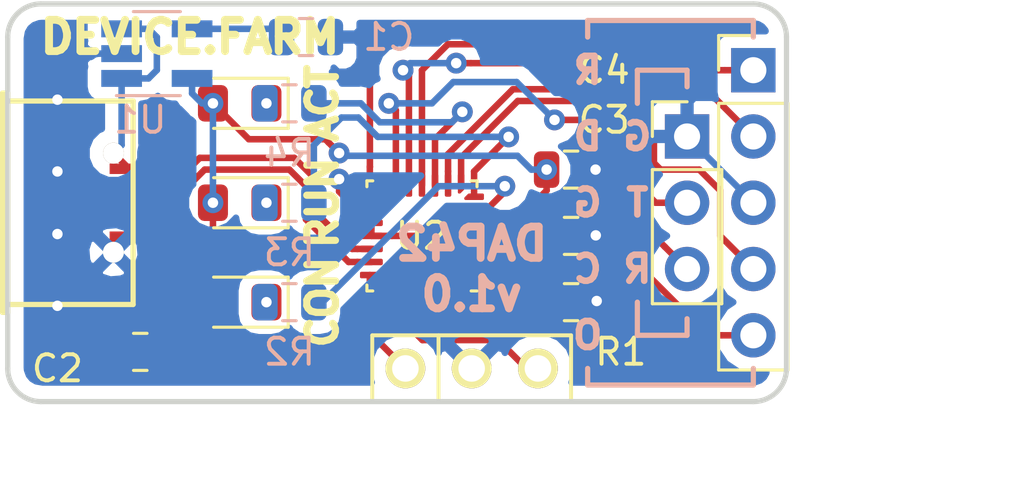
<source format=kicad_pcb>
(kicad_pcb (version 20171130) (host pcbnew 5.0.2-bee76a0~70~ubuntu16.04.1)

  (general
    (thickness 1.6)
    (drawings 36)
    (tracks 179)
    (zones 0)
    (modules 17)
    (nets 33)
  )

  (page A4)
  (layers
    (0 F.Cu signal)
    (31 B.Cu signal)
    (32 B.Adhes user)
    (33 F.Adhes user)
    (34 B.Paste user)
    (35 F.Paste user)
    (36 B.SilkS user)
    (37 F.SilkS user)
    (38 B.Mask user)
    (39 F.Mask user)
    (40 Dwgs.User user)
    (41 Cmts.User user)
    (42 Eco1.User user)
    (43 Eco2.User user)
    (44 Edge.Cuts user)
    (45 Margin user)
    (46 B.CrtYd user hide)
    (47 F.CrtYd user hide)
    (48 B.Fab user hide)
    (49 F.Fab user hide)
  )

  (setup
    (last_trace_width 0.25)
    (trace_clearance 0.2)
    (zone_clearance 0.508)
    (zone_45_only no)
    (trace_min 0.2)
    (segment_width 0.2)
    (edge_width 0.15)
    (via_size 0.8)
    (via_drill 0.4)
    (via_min_size 0.4)
    (via_min_drill 0.3)
    (uvia_size 0.3)
    (uvia_drill 0.1)
    (uvias_allowed no)
    (uvia_min_size 0.2)
    (uvia_min_drill 0.1)
    (pcb_text_width 0.3)
    (pcb_text_size 1.5 1.5)
    (mod_edge_width 0.15)
    (mod_text_size 1 1)
    (mod_text_width 0.15)
    (pad_size 1.524 1.524)
    (pad_drill 0.762)
    (pad_to_mask_clearance 0.051)
    (solder_mask_min_width 0.25)
    (aux_axis_origin 0 0)
    (visible_elements FFFFFF7F)
    (pcbplotparams
      (layerselection 0x010fc_ffffffff)
      (usegerberextensions false)
      (usegerberattributes false)
      (usegerberadvancedattributes false)
      (creategerberjobfile false)
      (excludeedgelayer true)
      (linewidth 0.100000)
      (plotframeref false)
      (viasonmask false)
      (mode 1)
      (useauxorigin false)
      (hpglpennumber 1)
      (hpglpenspeed 20)
      (hpglpendiameter 15.000000)
      (psnegative false)
      (psa4output false)
      (plotreference true)
      (plotvalue true)
      (plotinvisibletext false)
      (padsonsilk false)
      (subtractmaskfromsilk false)
      (outputformat 1)
      (mirror false)
      (drillshape 0)
      (scaleselection 1)
      (outputdirectory "gerber"))
  )

  (net 0 "")
  (net 1 "Net-(C1-Pad2)")
  (net 2 GND)
  (net 3 VCC)
  (net 4 "Net-(C3-Pad1)")
  (net 5 "Net-(D1-Pad1)")
  (net 6 "Net-(D2-Pad1)")
  (net 7 "Net-(D3-Pad1)")
  (net 8 +5V)
  (net 9 /USB_DM)
  (net 10 /USB_DP)
  (net 11 "Net-(J1-Pad4)")
  (net 12 /TGT_RESET)
  (net 13 /TGT_SWDIO)
  (net 14 /TGT_SWCLK)
  (net 15 /TGT_SWO)
  (net 16 /TGT_TX)
  (net 17 /TGT_RX)
  (net 18 "Net-(R1-Pad1)")
  (net 19 /LED0)
  (net 20 /LED1)
  (net 21 /LED2)
  (net 22 "Net-(U2-Pad2)")
  (net 23 "Net-(U2-Pad3)")
  (net 24 "Net-(U2-Pad14)")
  (net 25 /IF_SWDIO)
  (net 26 /IF_SWCLK)
  (net 27 "Net-(U2-Pad23)")
  (net 28 "Net-(U2-Pad24)")
  (net 29 "Net-(U2-Pad25)")
  (net 30 "Net-(U2-Pad26)")
  (net 31 "Net-(U2-Pad27)")
  (net 32 "Net-(U2-Pad28)")

  (net_class Default "This is the default net class."
    (clearance 0.2)
    (trace_width 0.25)
    (via_dia 0.8)
    (via_drill 0.4)
    (uvia_dia 0.3)
    (uvia_drill 0.1)
    (add_net +5V)
    (add_net /IF_SWCLK)
    (add_net /IF_SWDIO)
    (add_net /LED0)
    (add_net /LED1)
    (add_net /LED2)
    (add_net /TGT_RESET)
    (add_net /TGT_RX)
    (add_net /TGT_SWCLK)
    (add_net /TGT_SWDIO)
    (add_net /TGT_SWO)
    (add_net /TGT_TX)
    (add_net /USB_DM)
    (add_net /USB_DP)
    (add_net GND)
    (add_net "Net-(C1-Pad2)")
    (add_net "Net-(C3-Pad1)")
    (add_net "Net-(D1-Pad1)")
    (add_net "Net-(D2-Pad1)")
    (add_net "Net-(D3-Pad1)")
    (add_net "Net-(J1-Pad4)")
    (add_net "Net-(R1-Pad1)")
    (add_net "Net-(U2-Pad14)")
    (add_net "Net-(U2-Pad2)")
    (add_net "Net-(U2-Pad23)")
    (add_net "Net-(U2-Pad24)")
    (add_net "Net-(U2-Pad25)")
    (add_net "Net-(U2-Pad26)")
    (add_net "Net-(U2-Pad27)")
    (add_net "Net-(U2-Pad28)")
    (add_net "Net-(U2-Pad3)")
    (add_net VCC)
  )

  (module Capacitor_SMD:C_0805_2012Metric (layer F.Cu) (tedit 5B36C52B) (tstamp 5D4D2899)
    (at 141.605 94.615)
    (descr "Capacitor SMD 0805 (2012 Metric), square (rectangular) end terminal, IPC_7351 nominal, (Body size source: https://docs.google.com/spreadsheets/d/1BsfQQcO9C6DZCsRaXUlFlo91Tg2WpOkGARC1WS5S8t0/edit?usp=sharing), generated with kicad-footprint-generator")
    (tags capacitor)
    (path /5D4018E4)
    (attr smd)
    (fp_text reference C2 (at -3.175 0.635) (layer F.SilkS)
      (effects (font (size 1 1) (thickness 0.15)))
    )
    (fp_text value 4u7 (at 0 1.65) (layer F.Fab)
      (effects (font (size 1 1) (thickness 0.15)))
    )
    (fp_text user %R (at 0 0) (layer F.Fab)
      (effects (font (size 0.5 0.5) (thickness 0.08)))
    )
    (fp_line (start 1.68 0.95) (end -1.68 0.95) (layer F.CrtYd) (width 0.05))
    (fp_line (start 1.68 -0.95) (end 1.68 0.95) (layer F.CrtYd) (width 0.05))
    (fp_line (start -1.68 -0.95) (end 1.68 -0.95) (layer F.CrtYd) (width 0.05))
    (fp_line (start -1.68 0.95) (end -1.68 -0.95) (layer F.CrtYd) (width 0.05))
    (fp_line (start -0.258578 0.71) (end 0.258578 0.71) (layer F.SilkS) (width 0.12))
    (fp_line (start -0.258578 -0.71) (end 0.258578 -0.71) (layer F.SilkS) (width 0.12))
    (fp_line (start 1 0.6) (end -1 0.6) (layer F.Fab) (width 0.1))
    (fp_line (start 1 -0.6) (end 1 0.6) (layer F.Fab) (width 0.1))
    (fp_line (start -1 -0.6) (end 1 -0.6) (layer F.Fab) (width 0.1))
    (fp_line (start -1 0.6) (end -1 -0.6) (layer F.Fab) (width 0.1))
    (pad 2 smd roundrect (at 0.9375 0) (size 0.975 1.4) (layers F.Cu F.Paste F.Mask) (roundrect_rratio 0.25)
      (net 3 VCC))
    (pad 1 smd roundrect (at -0.9375 0) (size 0.975 1.4) (layers F.Cu F.Paste F.Mask) (roundrect_rratio 0.25)
      (net 2 GND))
    (model ${KISYS3DMOD}/Capacitor_SMD.3dshapes/C_0805_2012Metric.wrl
      (at (xyz 0 0 0))
      (scale (xyz 1 1 1))
      (rotate (xyz 0 0 0))
    )
  )

  (module Capacitor_SMD:C_0805_2012Metric (layer F.Cu) (tedit 5B36C52B) (tstamp 5D4D2889)
    (at 158.115 90.17)
    (descr "Capacitor SMD 0805 (2012 Metric), square (rectangular) end terminal, IPC_7351 nominal, (Body size source: https://docs.google.com/spreadsheets/d/1BsfQQcO9C6DZCsRaXUlFlo91Tg2WpOkGARC1WS5S8t0/edit?usp=sharing), generated with kicad-footprint-generator")
    (tags capacitor)
    (path /5D4013B3)
    (attr smd)
    (fp_text reference C3 (at 1.27 -4.445) (layer F.SilkS)
      (effects (font (size 1 1) (thickness 0.15)))
    )
    (fp_text value 100n (at 0 1.65) (layer F.Fab)
      (effects (font (size 1 1) (thickness 0.15)))
    )
    (fp_line (start -1 0.6) (end -1 -0.6) (layer F.Fab) (width 0.1))
    (fp_line (start -1 -0.6) (end 1 -0.6) (layer F.Fab) (width 0.1))
    (fp_line (start 1 -0.6) (end 1 0.6) (layer F.Fab) (width 0.1))
    (fp_line (start 1 0.6) (end -1 0.6) (layer F.Fab) (width 0.1))
    (fp_line (start -0.258578 -0.71) (end 0.258578 -0.71) (layer F.SilkS) (width 0.12))
    (fp_line (start -0.258578 0.71) (end 0.258578 0.71) (layer F.SilkS) (width 0.12))
    (fp_line (start -1.68 0.95) (end -1.68 -0.95) (layer F.CrtYd) (width 0.05))
    (fp_line (start -1.68 -0.95) (end 1.68 -0.95) (layer F.CrtYd) (width 0.05))
    (fp_line (start 1.68 -0.95) (end 1.68 0.95) (layer F.CrtYd) (width 0.05))
    (fp_line (start 1.68 0.95) (end -1.68 0.95) (layer F.CrtYd) (width 0.05))
    (fp_text user %R (at 0 0) (layer F.Fab)
      (effects (font (size 0.5 0.5) (thickness 0.08)))
    )
    (pad 1 smd roundrect (at -0.9375 0) (size 0.975 1.4) (layers F.Cu F.Paste F.Mask) (roundrect_rratio 0.25)
      (net 4 "Net-(C3-Pad1)"))
    (pad 2 smd roundrect (at 0.9375 0) (size 0.975 1.4) (layers F.Cu F.Paste F.Mask) (roundrect_rratio 0.25)
      (net 2 GND))
    (model ${KISYS3DMOD}/Capacitor_SMD.3dshapes/C_0805_2012Metric.wrl
      (at (xyz 0 0 0))
      (scale (xyz 1 1 1))
      (rotate (xyz 0 0 0))
    )
  )

  (module Capacitor_SMD:C_0805_2012Metric (layer F.Cu) (tedit 5B36C52B) (tstamp 5D4D2879)
    (at 158.115 87.63)
    (descr "Capacitor SMD 0805 (2012 Metric), square (rectangular) end terminal, IPC_7351 nominal, (Body size source: https://docs.google.com/spreadsheets/d/1BsfQQcO9C6DZCsRaXUlFlo91Tg2WpOkGARC1WS5S8t0/edit?usp=sharing), generated with kicad-footprint-generator")
    (tags capacitor)
    (path /5D401513)
    (attr smd)
    (fp_text reference C4 (at 1.27 -3.81) (layer F.SilkS)
      (effects (font (size 1 1) (thickness 0.15)))
    )
    (fp_text value 100n (at 0 1.65) (layer F.Fab)
      (effects (font (size 1 1) (thickness 0.15)))
    )
    (fp_text user %R (at 0 0) (layer F.Fab)
      (effects (font (size 0.5 0.5) (thickness 0.08)))
    )
    (fp_line (start 1.68 0.95) (end -1.68 0.95) (layer F.CrtYd) (width 0.05))
    (fp_line (start 1.68 -0.95) (end 1.68 0.95) (layer F.CrtYd) (width 0.05))
    (fp_line (start -1.68 -0.95) (end 1.68 -0.95) (layer F.CrtYd) (width 0.05))
    (fp_line (start -1.68 0.95) (end -1.68 -0.95) (layer F.CrtYd) (width 0.05))
    (fp_line (start -0.258578 0.71) (end 0.258578 0.71) (layer F.SilkS) (width 0.12))
    (fp_line (start -0.258578 -0.71) (end 0.258578 -0.71) (layer F.SilkS) (width 0.12))
    (fp_line (start 1 0.6) (end -1 0.6) (layer F.Fab) (width 0.1))
    (fp_line (start 1 -0.6) (end 1 0.6) (layer F.Fab) (width 0.1))
    (fp_line (start -1 -0.6) (end 1 -0.6) (layer F.Fab) (width 0.1))
    (fp_line (start -1 0.6) (end -1 -0.6) (layer F.Fab) (width 0.1))
    (pad 2 smd roundrect (at 0.9375 0) (size 0.975 1.4) (layers F.Cu F.Paste F.Mask) (roundrect_rratio 0.25)
      (net 2 GND))
    (pad 1 smd roundrect (at -0.9375 0) (size 0.975 1.4) (layers F.Cu F.Paste F.Mask) (roundrect_rratio 0.25)
      (net 3 VCC))
    (model ${KISYS3DMOD}/Capacitor_SMD.3dshapes/C_0805_2012Metric.wrl
      (at (xyz 0 0 0))
      (scale (xyz 1 1 1))
      (rotate (xyz 0 0 0))
    )
  )

  (module Capacitor_SMD:C_0805_2012Metric (layer B.Cu) (tedit 5B36C52B) (tstamp 5D4D37A3)
    (at 147.955 82.55 180)
    (descr "Capacitor SMD 0805 (2012 Metric), square (rectangular) end terminal, IPC_7351 nominal, (Body size source: https://docs.google.com/spreadsheets/d/1BsfQQcO9C6DZCsRaXUlFlo91Tg2WpOkGARC1WS5S8t0/edit?usp=sharing), generated with kicad-footprint-generator")
    (tags capacitor)
    (path /5D401842)
    (attr smd)
    (fp_text reference C1 (at -3.175 0 180) (layer B.SilkS)
      (effects (font (size 1 1) (thickness 0.15)) (justify mirror))
    )
    (fp_text value 100n (at 0 -1.65 180) (layer B.Fab)
      (effects (font (size 1 1) (thickness 0.15)) (justify mirror))
    )
    (fp_line (start -1 -0.6) (end -1 0.6) (layer B.Fab) (width 0.1))
    (fp_line (start -1 0.6) (end 1 0.6) (layer B.Fab) (width 0.1))
    (fp_line (start 1 0.6) (end 1 -0.6) (layer B.Fab) (width 0.1))
    (fp_line (start 1 -0.6) (end -1 -0.6) (layer B.Fab) (width 0.1))
    (fp_line (start -0.258578 0.71) (end 0.258578 0.71) (layer B.SilkS) (width 0.12))
    (fp_line (start -0.258578 -0.71) (end 0.258578 -0.71) (layer B.SilkS) (width 0.12))
    (fp_line (start -1.68 -0.95) (end -1.68 0.95) (layer B.CrtYd) (width 0.05))
    (fp_line (start -1.68 0.95) (end 1.68 0.95) (layer B.CrtYd) (width 0.05))
    (fp_line (start 1.68 0.95) (end 1.68 -0.95) (layer B.CrtYd) (width 0.05))
    (fp_line (start 1.68 -0.95) (end -1.68 -0.95) (layer B.CrtYd) (width 0.05))
    (fp_text user %R (at 0 0 180) (layer B.Fab)
      (effects (font (size 0.5 0.5) (thickness 0.08)) (justify mirror))
    )
    (pad 1 smd roundrect (at -0.9375 0 180) (size 0.975 1.4) (layers B.Cu B.Paste B.Mask) (roundrect_rratio 0.25)
      (net 2 GND))
    (pad 2 smd roundrect (at 0.9375 0 180) (size 0.975 1.4) (layers B.Cu B.Paste B.Mask) (roundrect_rratio 0.25)
      (net 1 "Net-(C1-Pad2)"))
    (model ${KISYS3DMOD}/Capacitor_SMD.3dshapes/C_0805_2012Metric.wrl
      (at (xyz 0 0 0))
      (scale (xyz 1 1 1))
      (rotate (xyz 0 0 0))
    )
  )

  (module Resistor_SMD:R_0805_2012Metric (layer B.Cu) (tedit 5B36C52B) (tstamp 5D4D2709)
    (at 147.32 92.71)
    (descr "Resistor SMD 0805 (2012 Metric), square (rectangular) end terminal, IPC_7351 nominal, (Body size source: https://docs.google.com/spreadsheets/d/1BsfQQcO9C6DZCsRaXUlFlo91Tg2WpOkGARC1WS5S8t0/edit?usp=sharing), generated with kicad-footprint-generator")
    (tags resistor)
    (path /5D40233E)
    (attr smd)
    (fp_text reference R2 (at 0 1.905) (layer B.SilkS)
      (effects (font (size 1 1) (thickness 0.15)) (justify mirror))
    )
    (fp_text value 270R (at 0 -1.65) (layer B.Fab)
      (effects (font (size 1 1) (thickness 0.15)) (justify mirror))
    )
    (fp_text user %R (at 0 0) (layer B.Fab)
      (effects (font (size 0.5 0.5) (thickness 0.08)) (justify mirror))
    )
    (fp_line (start 1.68 -0.95) (end -1.68 -0.95) (layer B.CrtYd) (width 0.05))
    (fp_line (start 1.68 0.95) (end 1.68 -0.95) (layer B.CrtYd) (width 0.05))
    (fp_line (start -1.68 0.95) (end 1.68 0.95) (layer B.CrtYd) (width 0.05))
    (fp_line (start -1.68 -0.95) (end -1.68 0.95) (layer B.CrtYd) (width 0.05))
    (fp_line (start -0.258578 -0.71) (end 0.258578 -0.71) (layer B.SilkS) (width 0.12))
    (fp_line (start -0.258578 0.71) (end 0.258578 0.71) (layer B.SilkS) (width 0.12))
    (fp_line (start 1 -0.6) (end -1 -0.6) (layer B.Fab) (width 0.1))
    (fp_line (start 1 0.6) (end 1 -0.6) (layer B.Fab) (width 0.1))
    (fp_line (start -1 0.6) (end 1 0.6) (layer B.Fab) (width 0.1))
    (fp_line (start -1 -0.6) (end -1 0.6) (layer B.Fab) (width 0.1))
    (pad 2 smd roundrect (at 0.9375 0) (size 0.975 1.4) (layers B.Cu B.Paste B.Mask) (roundrect_rratio 0.25)
      (net 19 /LED0))
    (pad 1 smd roundrect (at -0.9375 0) (size 0.975 1.4) (layers B.Cu B.Paste B.Mask) (roundrect_rratio 0.25)
      (net 5 "Net-(D1-Pad1)"))
    (model ${KISYS3DMOD}/Resistor_SMD.3dshapes/R_0805_2012Metric.wrl
      (at (xyz 0 0 0))
      (scale (xyz 1 1 1))
      (rotate (xyz 0 0 0))
    )
  )

  (module Resistor_SMD:R_0805_2012Metric (layer F.Cu) (tedit 5B36C52B) (tstamp 5D4D26F9)
    (at 158.115 92.71)
    (descr "Resistor SMD 0805 (2012 Metric), square (rectangular) end terminal, IPC_7351 nominal, (Body size source: https://docs.google.com/spreadsheets/d/1BsfQQcO9C6DZCsRaXUlFlo91Tg2WpOkGARC1WS5S8t0/edit?usp=sharing), generated with kicad-footprint-generator")
    (tags resistor)
    (path /5D40103F)
    (attr smd)
    (fp_text reference R1 (at 1.905 1.905) (layer F.SilkS)
      (effects (font (size 1 1) (thickness 0.15)))
    )
    (fp_text value 10k (at 0 1.65) (layer F.Fab)
      (effects (font (size 1 1) (thickness 0.15)))
    )
    (fp_line (start -1 0.6) (end -1 -0.6) (layer F.Fab) (width 0.1))
    (fp_line (start -1 -0.6) (end 1 -0.6) (layer F.Fab) (width 0.1))
    (fp_line (start 1 -0.6) (end 1 0.6) (layer F.Fab) (width 0.1))
    (fp_line (start 1 0.6) (end -1 0.6) (layer F.Fab) (width 0.1))
    (fp_line (start -0.258578 -0.71) (end 0.258578 -0.71) (layer F.SilkS) (width 0.12))
    (fp_line (start -0.258578 0.71) (end 0.258578 0.71) (layer F.SilkS) (width 0.12))
    (fp_line (start -1.68 0.95) (end -1.68 -0.95) (layer F.CrtYd) (width 0.05))
    (fp_line (start -1.68 -0.95) (end 1.68 -0.95) (layer F.CrtYd) (width 0.05))
    (fp_line (start 1.68 -0.95) (end 1.68 0.95) (layer F.CrtYd) (width 0.05))
    (fp_line (start 1.68 0.95) (end -1.68 0.95) (layer F.CrtYd) (width 0.05))
    (fp_text user %R (at 0 0) (layer F.Fab)
      (effects (font (size 0.5 0.5) (thickness 0.08)))
    )
    (pad 1 smd roundrect (at -0.9375 0) (size 0.975 1.4) (layers F.Cu F.Paste F.Mask) (roundrect_rratio 0.25)
      (net 18 "Net-(R1-Pad1)"))
    (pad 2 smd roundrect (at 0.9375 0) (size 0.975 1.4) (layers F.Cu F.Paste F.Mask) (roundrect_rratio 0.25)
      (net 2 GND))
    (model ${KISYS3DMOD}/Resistor_SMD.3dshapes/R_0805_2012Metric.wrl
      (at (xyz 0 0 0))
      (scale (xyz 1 1 1))
      (rotate (xyz 0 0 0))
    )
  )

  (module Resistor_SMD:R_0805_2012Metric (layer B.Cu) (tedit 5B36C52B) (tstamp 5D4D26E9)
    (at 147.32 88.9)
    (descr "Resistor SMD 0805 (2012 Metric), square (rectangular) end terminal, IPC_7351 nominal, (Body size source: https://docs.google.com/spreadsheets/d/1BsfQQcO9C6DZCsRaXUlFlo91Tg2WpOkGARC1WS5S8t0/edit?usp=sharing), generated with kicad-footprint-generator")
    (tags resistor)
    (path /5D402C3B)
    (attr smd)
    (fp_text reference R3 (at 0 1.905) (layer B.SilkS)
      (effects (font (size 1 1) (thickness 0.15)) (justify mirror))
    )
    (fp_text value 270R (at 0 -1.65) (layer B.Fab)
      (effects (font (size 1 1) (thickness 0.15)) (justify mirror))
    )
    (fp_text user %R (at 0 0) (layer B.Fab)
      (effects (font (size 0.5 0.5) (thickness 0.08)) (justify mirror))
    )
    (fp_line (start 1.68 -0.95) (end -1.68 -0.95) (layer B.CrtYd) (width 0.05))
    (fp_line (start 1.68 0.95) (end 1.68 -0.95) (layer B.CrtYd) (width 0.05))
    (fp_line (start -1.68 0.95) (end 1.68 0.95) (layer B.CrtYd) (width 0.05))
    (fp_line (start -1.68 -0.95) (end -1.68 0.95) (layer B.CrtYd) (width 0.05))
    (fp_line (start -0.258578 -0.71) (end 0.258578 -0.71) (layer B.SilkS) (width 0.12))
    (fp_line (start -0.258578 0.71) (end 0.258578 0.71) (layer B.SilkS) (width 0.12))
    (fp_line (start 1 -0.6) (end -1 -0.6) (layer B.Fab) (width 0.1))
    (fp_line (start 1 0.6) (end 1 -0.6) (layer B.Fab) (width 0.1))
    (fp_line (start -1 0.6) (end 1 0.6) (layer B.Fab) (width 0.1))
    (fp_line (start -1 -0.6) (end -1 0.6) (layer B.Fab) (width 0.1))
    (pad 2 smd roundrect (at 0.9375 0) (size 0.975 1.4) (layers B.Cu B.Paste B.Mask) (roundrect_rratio 0.25)
      (net 20 /LED1))
    (pad 1 smd roundrect (at -0.9375 0) (size 0.975 1.4) (layers B.Cu B.Paste B.Mask) (roundrect_rratio 0.25)
      (net 6 "Net-(D2-Pad1)"))
    (model ${KISYS3DMOD}/Resistor_SMD.3dshapes/R_0805_2012Metric.wrl
      (at (xyz 0 0 0))
      (scale (xyz 1 1 1))
      (rotate (xyz 0 0 0))
    )
  )

  (module Resistor_SMD:R_0805_2012Metric (layer B.Cu) (tedit 5B36C52B) (tstamp 5D4D26D9)
    (at 147.32 85.09)
    (descr "Resistor SMD 0805 (2012 Metric), square (rectangular) end terminal, IPC_7351 nominal, (Body size source: https://docs.google.com/spreadsheets/d/1BsfQQcO9C6DZCsRaXUlFlo91Tg2WpOkGARC1WS5S8t0/edit?usp=sharing), generated with kicad-footprint-generator")
    (tags resistor)
    (path /5D402DE6)
    (attr smd)
    (fp_text reference R4 (at 0 1.905) (layer B.SilkS)
      (effects (font (size 1 1) (thickness 0.15)) (justify mirror))
    )
    (fp_text value 270R (at 0 -1.65) (layer B.Fab)
      (effects (font (size 1 1) (thickness 0.15)) (justify mirror))
    )
    (fp_line (start -1 -0.6) (end -1 0.6) (layer B.Fab) (width 0.1))
    (fp_line (start -1 0.6) (end 1 0.6) (layer B.Fab) (width 0.1))
    (fp_line (start 1 0.6) (end 1 -0.6) (layer B.Fab) (width 0.1))
    (fp_line (start 1 -0.6) (end -1 -0.6) (layer B.Fab) (width 0.1))
    (fp_line (start -0.258578 0.71) (end 0.258578 0.71) (layer B.SilkS) (width 0.12))
    (fp_line (start -0.258578 -0.71) (end 0.258578 -0.71) (layer B.SilkS) (width 0.12))
    (fp_line (start -1.68 -0.95) (end -1.68 0.95) (layer B.CrtYd) (width 0.05))
    (fp_line (start -1.68 0.95) (end 1.68 0.95) (layer B.CrtYd) (width 0.05))
    (fp_line (start 1.68 0.95) (end 1.68 -0.95) (layer B.CrtYd) (width 0.05))
    (fp_line (start 1.68 -0.95) (end -1.68 -0.95) (layer B.CrtYd) (width 0.05))
    (fp_text user %R (at 0 0) (layer B.Fab)
      (effects (font (size 0.5 0.5) (thickness 0.08)) (justify mirror))
    )
    (pad 1 smd roundrect (at -0.9375 0) (size 0.975 1.4) (layers B.Cu B.Paste B.Mask) (roundrect_rratio 0.25)
      (net 7 "Net-(D3-Pad1)"))
    (pad 2 smd roundrect (at 0.9375 0) (size 0.975 1.4) (layers B.Cu B.Paste B.Mask) (roundrect_rratio 0.25)
      (net 21 /LED2))
    (model ${KISYS3DMOD}/Resistor_SMD.3dshapes/R_0805_2012Metric.wrl
      (at (xyz 0 0 0))
      (scale (xyz 1 1 1))
      (rotate (xyz 0 0 0))
    )
  )

  (module Connector_PinHeader_2.54mm:PinHeader_1x03_P2.54mm_Vertical (layer F.Cu) (tedit 5D40329B) (tstamp 5D4CF2E5)
    (at 162.56 86.36)
    (descr "Through hole straight pin header, 1x03, 2.54mm pitch, single row")
    (tags "Through hole pin header THT 1x03 2.54mm single row")
    (path /5D4041F6)
    (fp_text reference J3 (at 0 -2.33) (layer F.SilkS) hide
      (effects (font (size 1 1) (thickness 0.15)))
    )
    (fp_text value Conn_01x03_Male (at 0 7.41) (layer F.Fab)
      (effects (font (size 1 1) (thickness 0.15)))
    )
    (fp_line (start -0.635 -1.27) (end 1.27 -1.27) (layer F.Fab) (width 0.1))
    (fp_line (start 1.27 -1.27) (end 1.27 6.35) (layer F.Fab) (width 0.1))
    (fp_line (start 1.27 6.35) (end -1.27 6.35) (layer F.Fab) (width 0.1))
    (fp_line (start -1.27 6.35) (end -1.27 -0.635) (layer F.Fab) (width 0.1))
    (fp_line (start -1.27 -0.635) (end -0.635 -1.27) (layer F.Fab) (width 0.1))
    (fp_line (start -1.33 6.41) (end 1.33 6.41) (layer F.SilkS) (width 0.12))
    (fp_line (start -1.33 1.27) (end -1.33 6.41) (layer F.SilkS) (width 0.12))
    (fp_line (start 1.33 1.27) (end 1.33 6.41) (layer F.SilkS) (width 0.12))
    (fp_line (start -1.33 1.27) (end 1.33 1.27) (layer F.SilkS) (width 0.12))
    (fp_line (start -1.33 0) (end -1.33 -1.33) (layer F.SilkS) (width 0.12))
    (fp_line (start -1.33 -1.33) (end 0 -1.33) (layer F.SilkS) (width 0.12))
    (fp_line (start -1.8 -1.8) (end -1.8 6.85) (layer F.CrtYd) (width 0.05))
    (fp_line (start -1.8 6.85) (end 1.8 6.85) (layer F.CrtYd) (width 0.05))
    (fp_line (start 1.8 6.85) (end 1.8 -1.8) (layer F.CrtYd) (width 0.05))
    (fp_line (start 1.8 -1.8) (end -1.8 -1.8) (layer F.CrtYd) (width 0.05))
    (fp_text user %R (at 0 2.54 90) (layer F.Fab)
      (effects (font (size 1 1) (thickness 0.15)))
    )
    (pad 1 thru_hole rect (at 0 0) (size 1.7 1.7) (drill 1) (layers *.Cu *.Mask)
      (net 2 GND))
    (pad 2 thru_hole oval (at 0 2.54) (size 1.7 1.7) (drill 1) (layers *.Cu *.Mask)
      (net 16 /TGT_TX))
    (pad 3 thru_hole oval (at 0 5.08) (size 1.7 1.7) (drill 1) (layers *.Cu *.Mask)
      (net 17 /TGT_RX))
    (model ${KISYS3DMOD}/Connector_PinHeader_2.54mm.3dshapes/PinHeader_1x03_P2.54mm_Vertical.wrl
      (at (xyz 0 0 0))
      (scale (xyz 1 1 1))
      (rotate (xyz 0 0 0))
    )
  )

  (module Package_DFN_QFN:QFN-28_4x4mm_P0.5mm (layer F.Cu) (tedit 5C1FD453) (tstamp 5D4CF36F)
    (at 152.4 90.17 180)
    (descr "QFN, 28 Pin (http://www.st.com/resource/en/datasheet/stm32f031k6.pdf#page=90), generated with kicad-footprint-generator ipc_dfn_qfn_generator.py")
    (tags "QFN DFN_QFN")
    (path /5D4011E3)
    (attr smd)
    (fp_text reference U2 (at 0 0 180) (layer F.SilkS)
      (effects (font (size 1 1) (thickness 0.15)))
    )
    (fp_text value STM32F042G4U6 (at 0 3.32 180) (layer F.Fab)
      (effects (font (size 1 1) (thickness 0.15)))
    )
    (fp_line (start 1.885 -2.11) (end 2.11 -2.11) (layer F.SilkS) (width 0.12))
    (fp_line (start 2.11 -2.11) (end 2.11 -1.885) (layer F.SilkS) (width 0.12))
    (fp_line (start -1.885 2.11) (end -2.11 2.11) (layer F.SilkS) (width 0.12))
    (fp_line (start -2.11 2.11) (end -2.11 1.885) (layer F.SilkS) (width 0.12))
    (fp_line (start 1.885 2.11) (end 2.11 2.11) (layer F.SilkS) (width 0.12))
    (fp_line (start 2.11 2.11) (end 2.11 1.885) (layer F.SilkS) (width 0.12))
    (fp_line (start -1.885 -2.11) (end -2.11 -2.11) (layer F.SilkS) (width 0.12))
    (fp_line (start -1 -2) (end 2 -2) (layer F.Fab) (width 0.1))
    (fp_line (start 2 -2) (end 2 2) (layer F.Fab) (width 0.1))
    (fp_line (start 2 2) (end -2 2) (layer F.Fab) (width 0.1))
    (fp_line (start -2 2) (end -2 -1) (layer F.Fab) (width 0.1))
    (fp_line (start -2 -1) (end -1 -2) (layer F.Fab) (width 0.1))
    (fp_line (start -2.62 -2.62) (end -2.62 2.62) (layer F.CrtYd) (width 0.05))
    (fp_line (start -2.62 2.62) (end 2.62 2.62) (layer F.CrtYd) (width 0.05))
    (fp_line (start 2.62 2.62) (end 2.62 -2.62) (layer F.CrtYd) (width 0.05))
    (fp_line (start 2.62 -2.62) (end -2.62 -2.62) (layer F.CrtYd) (width 0.05))
    (fp_text user %R (at 0 0 180) (layer F.Fab)
      (effects (font (size 1 1) (thickness 0.15)))
    )
    (pad 1 smd custom (at -1.9975 -1.5 180) (size 0.136863 0.136863) (layers F.Cu F.Paste F.Mask)
      (net 18 "Net-(R1-Pad1)")
      (options (clearance outline) (anchor circle))
      (primitives
        (gr_poly (pts
           (xy -0.3325 -0.08) (xy 0.19886 -0.08) (xy 0.3325 0.05364) (xy 0.3325 0.08) (xy -0.3325 0.08)
) (width 0.09))
      ))
    (pad 2 smd roundrect (at -1.9375 -1 180) (size 0.875 0.25) (layers F.Cu F.Paste F.Mask) (roundrect_rratio 0.25)
      (net 22 "Net-(U2-Pad2)"))
    (pad 3 smd roundrect (at -1.9375 -0.5 180) (size 0.875 0.25) (layers F.Cu F.Paste F.Mask) (roundrect_rratio 0.25)
      (net 23 "Net-(U2-Pad3)"))
    (pad 4 smd roundrect (at -1.9375 0 180) (size 0.875 0.25) (layers F.Cu F.Paste F.Mask) (roundrect_rratio 0.25)
      (net 4 "Net-(C3-Pad1)"))
    (pad 5 smd roundrect (at -1.9375 0.5 180) (size 0.875 0.25) (layers F.Cu F.Paste F.Mask) (roundrect_rratio 0.25)
      (net 3 VCC))
    (pad 6 smd roundrect (at -1.9375 1 180) (size 0.875 0.25) (layers F.Cu F.Paste F.Mask) (roundrect_rratio 0.25)
      (net 19 /LED0))
    (pad 7 smd custom (at -1.9975 1.5 180) (size 0.136863 0.136863) (layers F.Cu F.Paste F.Mask)
      (net 20 /LED1)
      (options (clearance outline) (anchor circle))
      (primitives
        (gr_poly (pts
           (xy -0.3325 -0.08) (xy 0.3325 -0.08) (xy 0.3325 -0.05364) (xy 0.19886 0.08) (xy -0.3325 0.08)
) (width 0.09))
      ))
    (pad 8 smd custom (at -1.5 1.9975 180) (size 0.136863 0.136863) (layers F.Cu F.Paste F.Mask)
      (net 17 /TGT_RX)
      (options (clearance outline) (anchor circle))
      (primitives
        (gr_poly (pts
           (xy -0.08 -0.19886) (xy 0.05364 -0.3325) (xy 0.08 -0.3325) (xy 0.08 0.3325) (xy -0.08 0.3325)
) (width 0.09))
      ))
    (pad 9 smd roundrect (at -1 1.9375 180) (size 0.25 0.875) (layers F.Cu F.Paste F.Mask) (roundrect_rratio 0.25)
      (net 16 /TGT_TX))
    (pad 10 smd roundrect (at -0.5 1.9375 180) (size 0.25 0.875) (layers F.Cu F.Paste F.Mask) (roundrect_rratio 0.25)
      (net 21 /LED2))
    (pad 11 smd roundrect (at 0 1.9375 180) (size 0.25 0.875) (layers F.Cu F.Paste F.Mask) (roundrect_rratio 0.25)
      (net 13 /TGT_SWDIO))
    (pad 12 smd roundrect (at 0.5 1.9375 180) (size 0.25 0.875) (layers F.Cu F.Paste F.Mask) (roundrect_rratio 0.25)
      (net 14 /TGT_SWCLK))
    (pad 13 smd roundrect (at 1 1.9375 180) (size 0.25 0.875) (layers F.Cu F.Paste F.Mask) (roundrect_rratio 0.25)
      (net 15 /TGT_SWO))
    (pad 14 smd custom (at 1.5 1.9975 180) (size 0.136863 0.136863) (layers F.Cu F.Paste F.Mask)
      (net 24 "Net-(U2-Pad14)")
      (options (clearance outline) (anchor circle))
      (primitives
        (gr_poly (pts
           (xy -0.08 -0.3325) (xy -0.05364 -0.3325) (xy 0.08 -0.19886) (xy 0.08 0.3325) (xy -0.08 0.3325)
) (width 0.09))
      ))
    (pad 15 smd custom (at 1.9975 1.5 180) (size 0.136863 0.136863) (layers F.Cu F.Paste F.Mask)
      (net 12 /TGT_RESET)
      (options (clearance outline) (anchor circle))
      (primitives
        (gr_poly (pts
           (xy -0.3325 -0.08) (xy 0.3325 -0.08) (xy 0.3325 0.08) (xy -0.19886 0.08) (xy -0.3325 -0.05364)
) (width 0.09))
      ))
    (pad 16 smd roundrect (at 1.9375 1 180) (size 0.875 0.25) (layers F.Cu F.Paste F.Mask) (roundrect_rratio 0.25)
      (net 2 GND))
    (pad 17 smd roundrect (at 1.9375 0.5 180) (size 0.875 0.25) (layers F.Cu F.Paste F.Mask) (roundrect_rratio 0.25)
      (net 3 VCC))
    (pad 18 smd roundrect (at 1.9375 0 180) (size 0.875 0.25) (layers F.Cu F.Paste F.Mask) (roundrect_rratio 0.25)
      (net 3 VCC))
    (pad 19 smd roundrect (at 1.9375 -0.5 180) (size 0.875 0.25) (layers F.Cu F.Paste F.Mask) (roundrect_rratio 0.25)
      (net 9 /USB_DM))
    (pad 20 smd roundrect (at 1.9375 -1 180) (size 0.875 0.25) (layers F.Cu F.Paste F.Mask) (roundrect_rratio 0.25)
      (net 10 /USB_DP))
    (pad 21 smd custom (at 1.9975 -1.5 180) (size 0.136863 0.136863) (layers F.Cu F.Paste F.Mask)
      (net 25 /IF_SWDIO)
      (options (clearance outline) (anchor circle))
      (primitives
        (gr_poly (pts
           (xy -0.3325 0.05364) (xy -0.19886 -0.08) (xy 0.3325 -0.08) (xy 0.3325 0.08) (xy -0.3325 0.08)
) (width 0.09))
      ))
    (pad 22 smd custom (at 1.5 -1.9975 180) (size 0.136863 0.136863) (layers F.Cu F.Paste F.Mask)
      (net 26 /IF_SWCLK)
      (options (clearance outline) (anchor circle))
      (primitives
        (gr_poly (pts
           (xy -0.08 -0.3325) (xy 0.08 -0.3325) (xy 0.08 0.19886) (xy -0.05364 0.3325) (xy -0.08 0.3325)
) (width 0.09))
      ))
    (pad 23 smd roundrect (at 1 -1.9375 180) (size 0.25 0.875) (layers F.Cu F.Paste F.Mask) (roundrect_rratio 0.25)
      (net 27 "Net-(U2-Pad23)"))
    (pad 24 smd roundrect (at 0.5 -1.9375 180) (size 0.25 0.875) (layers F.Cu F.Paste F.Mask) (roundrect_rratio 0.25)
      (net 28 "Net-(U2-Pad24)"))
    (pad 25 smd roundrect (at 0 -1.9375 180) (size 0.25 0.875) (layers F.Cu F.Paste F.Mask) (roundrect_rratio 0.25)
      (net 29 "Net-(U2-Pad25)"))
    (pad 26 smd roundrect (at -0.5 -1.9375 180) (size 0.25 0.875) (layers F.Cu F.Paste F.Mask) (roundrect_rratio 0.25)
      (net 30 "Net-(U2-Pad26)"))
    (pad 27 smd roundrect (at -1 -1.9375 180) (size 0.25 0.875) (layers F.Cu F.Paste F.Mask) (roundrect_rratio 0.25)
      (net 31 "Net-(U2-Pad27)"))
    (pad 28 smd custom (at -1.5 -1.9975 180) (size 0.136863 0.136863) (layers F.Cu F.Paste F.Mask)
      (net 32 "Net-(U2-Pad28)")
      (options (clearance outline) (anchor circle))
      (primitives
        (gr_poly (pts
           (xy -0.08 -0.3325) (xy 0.08 -0.3325) (xy 0.08 0.3325) (xy 0.05364 0.3325) (xy -0.08 0.19886)
) (width 0.09))
      ))
    (model ${KISYS3DMOD}/Package_DFN_QFN.3dshapes/QFN-28_4x4mm_P0.5mm.wrl
      (at (xyz 0 0 0))
      (scale (xyz 1 1 1))
      (rotate (xyz 0 0 0))
    )
  )

  (module device.farm:SWD (layer F.Cu) (tedit 5D403264) (tstamp 5D4CF37B)
    (at 154.305 95.25)
    (path /5D4048B1)
    (fp_text reference X1 (at 5.08 0) (layer F.SilkS) hide
      (effects (font (size 1 1) (thickness 0.15)))
    )
    (fp_text value SWD (at 0 -2.54) (layer F.Fab)
      (effects (font (size 1 1) (thickness 0.15)))
    )
    (fp_line (start -1.27 -1.27) (end -1.27 1.27) (layer F.SilkS) (width 0.15))
    (fp_line (start -3.81 -1.27) (end 3.81 -1.27) (layer F.SilkS) (width 0.15))
    (fp_line (start 3.81 -1.27) (end 3.81 1.27) (layer F.SilkS) (width 0.15))
    (fp_line (start 3.81 1.27) (end -3.81 1.27) (layer F.SilkS) (width 0.15))
    (fp_line (start -3.81 1.27) (end -3.81 -1.27) (layer F.SilkS) (width 0.15))
    (pad 1 thru_hole circle (at -2.54 0) (size 1.524 1.524) (drill 1.016) (layers *.Cu *.Mask F.SilkS)
      (net 25 /IF_SWDIO))
    (pad 2 thru_hole circle (at 0 0) (size 1.524 1.524) (drill 1.016) (layers *.Cu *.Mask F.SilkS)
      (net 2 GND))
    (pad 3 thru_hole circle (at 2.54 0) (size 1.524 1.524) (drill 1.016) (layers *.Cu *.Mask F.SilkS)
      (net 26 /IF_SWCLK))
  )

  (module LED_SMD:LED_0805_2012Metric_Pad1.15x1.40mm_HandSolder (layer F.Cu) (tedit 5D40325A) (tstamp 5D4CF902)
    (at 145.415 92.71 180)
    (descr "LED SMD 0805 (2012 Metric), square (rectangular) end terminal, IPC_7351 nominal, (Body size source: https://docs.google.com/spreadsheets/d/1BsfQQcO9C6DZCsRaXUlFlo91Tg2WpOkGARC1WS5S8t0/edit?usp=sharing), generated with kicad-footprint-generator")
    (tags "LED handsolder")
    (path /5D4022EC)
    (attr smd)
    (fp_text reference D1 (at 0 1.905 180) (layer F.SilkS) hide
      (effects (font (size 1 1) (thickness 0.15)))
    )
    (fp_text value LED (at 0 1.65 180) (layer F.Fab)
      (effects (font (size 1 1) (thickness 0.15)))
    )
    (fp_line (start 1 -0.6) (end -0.7 -0.6) (layer F.Fab) (width 0.1))
    (fp_line (start -0.7 -0.6) (end -1 -0.3) (layer F.Fab) (width 0.1))
    (fp_line (start -1 -0.3) (end -1 0.6) (layer F.Fab) (width 0.1))
    (fp_line (start -1 0.6) (end 1 0.6) (layer F.Fab) (width 0.1))
    (fp_line (start 1 0.6) (end 1 -0.6) (layer F.Fab) (width 0.1))
    (fp_line (start 1 -0.96) (end -1.86 -0.96) (layer F.SilkS) (width 0.12))
    (fp_line (start -1.86 -0.96) (end -1.86 0.96) (layer F.SilkS) (width 0.12))
    (fp_line (start -1.86 0.96) (end 1 0.96) (layer F.SilkS) (width 0.12))
    (fp_line (start -1.85 0.95) (end -1.85 -0.95) (layer F.CrtYd) (width 0.05))
    (fp_line (start -1.85 -0.95) (end 1.85 -0.95) (layer F.CrtYd) (width 0.05))
    (fp_line (start 1.85 -0.95) (end 1.85 0.95) (layer F.CrtYd) (width 0.05))
    (fp_line (start 1.85 0.95) (end -1.85 0.95) (layer F.CrtYd) (width 0.05))
    (fp_text user %R (at 0 0 180) (layer F.Fab)
      (effects (font (size 0.5 0.5) (thickness 0.08)))
    )
    (pad 1 smd roundrect (at -1.025 0 180) (size 1.15 1.4) (layers F.Cu F.Paste F.Mask) (roundrect_rratio 0.217391)
      (net 5 "Net-(D1-Pad1)"))
    (pad 2 smd roundrect (at 1.025 0 180) (size 1.15 1.4) (layers F.Cu F.Paste F.Mask) (roundrect_rratio 0.217391)
      (net 3 VCC))
    (model ${KISYS3DMOD}/LED_SMD.3dshapes/LED_0805_2012Metric.wrl
      (at (xyz 0 0 0))
      (scale (xyz 1 1 1))
      (rotate (xyz 0 0 0))
    )
  )

  (module Connector_PinHeader_2.54mm:PinHeader_1x05_P2.54mm_Vertical (layer F.Cu) (tedit 5D403296) (tstamp 5D4CF657)
    (at 165.1 83.82)
    (descr "Through hole straight pin header, 1x05, 2.54mm pitch, single row")
    (tags "Through hole pin header THT 1x05 2.54mm single row")
    (path /5D404621)
    (fp_text reference J2 (at 0 -2.33) (layer F.SilkS) hide
      (effects (font (size 1 1) (thickness 0.15)))
    )
    (fp_text value Conn_01x05_Male (at 0 12.49) (layer F.Fab)
      (effects (font (size 1 1) (thickness 0.15)))
    )
    (fp_line (start -0.635 -1.27) (end 1.27 -1.27) (layer F.Fab) (width 0.1))
    (fp_line (start 1.27 -1.27) (end 1.27 11.43) (layer F.Fab) (width 0.1))
    (fp_line (start 1.27 11.43) (end -1.27 11.43) (layer F.Fab) (width 0.1))
    (fp_line (start -1.27 11.43) (end -1.27 -0.635) (layer F.Fab) (width 0.1))
    (fp_line (start -1.27 -0.635) (end -0.635 -1.27) (layer F.Fab) (width 0.1))
    (fp_line (start -1.33 11.49) (end 1.33 11.49) (layer F.SilkS) (width 0.12))
    (fp_line (start -1.33 1.27) (end -1.33 11.49) (layer F.SilkS) (width 0.12))
    (fp_line (start 1.33 1.27) (end 1.33 11.49) (layer F.SilkS) (width 0.12))
    (fp_line (start -1.33 1.27) (end 1.33 1.27) (layer F.SilkS) (width 0.12))
    (fp_line (start -1.33 0) (end -1.33 -1.33) (layer F.SilkS) (width 0.12))
    (fp_line (start -1.33 -1.33) (end 0 -1.33) (layer F.SilkS) (width 0.12))
    (fp_line (start -1.8 -1.8) (end -1.8 11.95) (layer F.CrtYd) (width 0.05))
    (fp_line (start -1.8 11.95) (end 1.8 11.95) (layer F.CrtYd) (width 0.05))
    (fp_line (start 1.8 11.95) (end 1.8 -1.8) (layer F.CrtYd) (width 0.05))
    (fp_line (start 1.8 -1.8) (end -1.8 -1.8) (layer F.CrtYd) (width 0.05))
    (fp_text user %R (at 0 5.08 90) (layer F.Fab)
      (effects (font (size 1 1) (thickness 0.15)))
    )
    (pad 1 thru_hole rect (at 0 0) (size 1.7 1.7) (drill 1) (layers *.Cu *.Mask)
      (net 12 /TGT_RESET))
    (pad 2 thru_hole oval (at 0 2.54) (size 1.7 1.7) (drill 1) (layers *.Cu *.Mask)
      (net 13 /TGT_SWDIO))
    (pad 3 thru_hole oval (at 0 5.08) (size 1.7 1.7) (drill 1) (layers *.Cu *.Mask)
      (net 2 GND))
    (pad 4 thru_hole oval (at 0 7.62) (size 1.7 1.7) (drill 1) (layers *.Cu *.Mask)
      (net 14 /TGT_SWCLK))
    (pad 5 thru_hole oval (at 0 10.16) (size 1.7 1.7) (drill 1) (layers *.Cu *.Mask)
      (net 15 /TGT_SWO))
    (model ${KISYS3DMOD}/Connector_PinHeader_2.54mm.3dshapes/PinHeader_1x05_P2.54mm_Vertical.wrl
      (at (xyz 0 0 0))
      (scale (xyz 1 1 1))
      (rotate (xyz 0 0 0))
    )
  )

  (module LED_SMD:LED_0805_2012Metric_Pad1.15x1.40mm_HandSolder (layer F.Cu) (tedit 5D403257) (tstamp 5D4CF89C)
    (at 145.415 88.9 180)
    (descr "LED SMD 0805 (2012 Metric), square (rectangular) end terminal, IPC_7351 nominal, (Body size source: https://docs.google.com/spreadsheets/d/1BsfQQcO9C6DZCsRaXUlFlo91Tg2WpOkGARC1WS5S8t0/edit?usp=sharing), generated with kicad-footprint-generator")
    (tags "LED handsolder")
    (path /5D402C34)
    (attr smd)
    (fp_text reference D2 (at 0 1.905 180) (layer F.SilkS) hide
      (effects (font (size 1 1) (thickness 0.15)))
    )
    (fp_text value LED (at 0 1.65 180) (layer F.Fab)
      (effects (font (size 1 1) (thickness 0.15)))
    )
    (fp_text user %R (at 0 0 180) (layer F.Fab)
      (effects (font (size 0.5 0.5) (thickness 0.08)))
    )
    (fp_line (start 1.85 0.95) (end -1.85 0.95) (layer F.CrtYd) (width 0.05))
    (fp_line (start 1.85 -0.95) (end 1.85 0.95) (layer F.CrtYd) (width 0.05))
    (fp_line (start -1.85 -0.95) (end 1.85 -0.95) (layer F.CrtYd) (width 0.05))
    (fp_line (start -1.85 0.95) (end -1.85 -0.95) (layer F.CrtYd) (width 0.05))
    (fp_line (start -1.86 0.96) (end 1 0.96) (layer F.SilkS) (width 0.12))
    (fp_line (start -1.86 -0.96) (end -1.86 0.96) (layer F.SilkS) (width 0.12))
    (fp_line (start 1 -0.96) (end -1.86 -0.96) (layer F.SilkS) (width 0.12))
    (fp_line (start 1 0.6) (end 1 -0.6) (layer F.Fab) (width 0.1))
    (fp_line (start -1 0.6) (end 1 0.6) (layer F.Fab) (width 0.1))
    (fp_line (start -1 -0.3) (end -1 0.6) (layer F.Fab) (width 0.1))
    (fp_line (start -0.7 -0.6) (end -1 -0.3) (layer F.Fab) (width 0.1))
    (fp_line (start 1 -0.6) (end -0.7 -0.6) (layer F.Fab) (width 0.1))
    (pad 2 smd roundrect (at 1.025 0 180) (size 1.15 1.4) (layers F.Cu F.Paste F.Mask) (roundrect_rratio 0.217391)
      (net 3 VCC))
    (pad 1 smd roundrect (at -1.025 0 180) (size 1.15 1.4) (layers F.Cu F.Paste F.Mask) (roundrect_rratio 0.217391)
      (net 6 "Net-(D2-Pad1)"))
    (model ${KISYS3DMOD}/LED_SMD.3dshapes/LED_0805_2012Metric.wrl
      (at (xyz 0 0 0))
      (scale (xyz 1 1 1))
      (rotate (xyz 0 0 0))
    )
  )

  (module LED_SMD:LED_0805_2012Metric_Pad1.15x1.40mm_HandSolder (layer F.Cu) (tedit 5D403253) (tstamp 5D4CF866)
    (at 145.415 85.09 180)
    (descr "LED SMD 0805 (2012 Metric), square (rectangular) end terminal, IPC_7351 nominal, (Body size source: https://docs.google.com/spreadsheets/d/1BsfQQcO9C6DZCsRaXUlFlo91Tg2WpOkGARC1WS5S8t0/edit?usp=sharing), generated with kicad-footprint-generator")
    (tags "LED handsolder")
    (path /5D402DDF)
    (attr smd)
    (fp_text reference D3 (at 0 1.905 180) (layer F.SilkS) hide
      (effects (font (size 1 1) (thickness 0.15)))
    )
    (fp_text value LED (at 0 1.65 180) (layer F.Fab)
      (effects (font (size 1 1) (thickness 0.15)))
    )
    (fp_line (start 1 -0.6) (end -0.7 -0.6) (layer F.Fab) (width 0.1))
    (fp_line (start -0.7 -0.6) (end -1 -0.3) (layer F.Fab) (width 0.1))
    (fp_line (start -1 -0.3) (end -1 0.6) (layer F.Fab) (width 0.1))
    (fp_line (start -1 0.6) (end 1 0.6) (layer F.Fab) (width 0.1))
    (fp_line (start 1 0.6) (end 1 -0.6) (layer F.Fab) (width 0.1))
    (fp_line (start 1 -0.96) (end -1.86 -0.96) (layer F.SilkS) (width 0.12))
    (fp_line (start -1.86 -0.96) (end -1.86 0.96) (layer F.SilkS) (width 0.12))
    (fp_line (start -1.86 0.96) (end 1 0.96) (layer F.SilkS) (width 0.12))
    (fp_line (start -1.85 0.95) (end -1.85 -0.95) (layer F.CrtYd) (width 0.05))
    (fp_line (start -1.85 -0.95) (end 1.85 -0.95) (layer F.CrtYd) (width 0.05))
    (fp_line (start 1.85 -0.95) (end 1.85 0.95) (layer F.CrtYd) (width 0.05))
    (fp_line (start 1.85 0.95) (end -1.85 0.95) (layer F.CrtYd) (width 0.05))
    (fp_text user %R (at 0 0 180) (layer F.Fab)
      (effects (font (size 0.5 0.5) (thickness 0.08)))
    )
    (pad 1 smd roundrect (at -1.025 0 180) (size 1.15 1.4) (layers F.Cu F.Paste F.Mask) (roundrect_rratio 0.217391)
      (net 7 "Net-(D3-Pad1)"))
    (pad 2 smd roundrect (at 1.025 0 180) (size 1.15 1.4) (layers F.Cu F.Paste F.Mask) (roundrect_rratio 0.217391)
      (net 3 VCC))
    (model ${KISYS3DMOD}/LED_SMD.3dshapes/LED_0805_2012Metric.wrl
      (at (xyz 0 0 0))
      (scale (xyz 1 1 1))
      (rotate (xyz 0 0 0))
    )
  )

  (module device.farm:conn_usb_B_micro_smd-2 (layer F.Cu) (tedit 5D4033D7) (tstamp 5D40392F)
    (at 138.43 88.9 270)
    (descr "USB B micro SMD connector with retention pins")
    (path /5D401C79)
    (fp_text reference J1 (at 0 2.60096 270) (layer F.SilkS) hide
      (effects (font (size 0.50038 0.50038) (thickness 0.09906)))
    )
    (fp_text value USB_B_Micro (at 2.54 -3.81 270) (layer F.SilkS) hide
      (effects (font (size 0.50038 0.50038) (thickness 0.09906)))
    )
    (fp_line (start -4.20116 1.99898) (end 4.20116 1.99898) (layer F.SilkS) (width 0.20066))
    (fp_line (start -4.20116 2.10058) (end 4.20116 2.10058) (layer F.SilkS) (width 0.20066))
    (fp_line (start 4.20116 2.10058) (end 4.20116 1.89992) (layer F.SilkS) (width 0.20066))
    (fp_line (start 4.20116 1.89992) (end -4.20116 1.89992) (layer F.SilkS) (width 0.20066))
    (fp_line (start -4.20116 1.89992) (end -4.20116 2.10058) (layer F.SilkS) (width 0.20066))
    (fp_line (start -3.8989 2.10058) (end -3.8989 -2.90068) (layer F.SilkS) (width 0.20066))
    (fp_line (start -3.8989 -2.90068) (end 3.8989 -2.90068) (layer F.SilkS) (width 0.20066))
    (fp_line (start 3.8989 -2.90068) (end 3.8989 2.10058) (layer F.SilkS) (width 0.20066))
    (pad 6 smd rect (at -1.19888 0 270) (size 1.89738 1.89738) (layers F.Cu F.Paste F.Mask)
      (net 2 GND))
    (pad 6 smd rect (at 1.19888 0 270) (size 1.89738 1.89738) (layers F.Cu F.Paste F.Mask)
      (net 2 GND))
    (pad 6 smd rect (at 3.9497 0 270) (size 1.89738 1.89738) (layers F.Cu F.Paste F.Mask)
      (net 2 GND))
    (pad 6 smd rect (at -3.9497 0 270) (size 1.89738 1.89738) (layers F.Cu F.Paste F.Mask)
      (net 2 GND))
    (pad 1 smd rect (at -1.30048 -3 270) (size 0.39878 2) (layers F.Cu F.Paste F.Mask)
      (net 8 +5V))
    (pad 2 smd rect (at -0.6477 -3 270) (size 0.39878 2) (layers F.Cu F.Paste F.Mask)
      (net 9 /USB_DM))
    (pad 3 smd rect (at 0 -3 270) (size 0.39878 2) (layers F.Cu F.Paste F.Mask)
      (net 10 /USB_DP))
    (pad 4 smd rect (at 0.6477 -3 270) (size 0.39878 2) (layers F.Cu F.Paste F.Mask)
      (net 11 "Net-(J1-Pad4)"))
    (pad 5 smd rect (at 1.30048 -3 270) (size 0.39878 2) (layers F.Cu F.Paste F.Mask)
      (net 2 GND))
    (pad 5 thru_hole circle (at 1.89738 -2.1463 270) (size 0.79756 0.79756) (drill 0.79756) (layers *.Cu *.Mask F.SilkS)
      (net 2 GND))
    (pad 1 thru_hole circle (at -1.89992 -2.14884 270) (size 0.79756 0.79756) (drill 0.79756) (layers *.Cu *.Mask F.SilkS)
      (net 8 +5V))
    (model ${DF_3D}/conn_usb_B_micro_smd-2.step
      (at (xyz 0 0 0))
      (scale (xyz 1 1 1))
      (rotate (xyz 0 0 0))
    )
  )

  (module Package_TO_SOT_SMD:SOT-23-5_HandSoldering (layer B.Cu) (tedit 5A0AB76C) (tstamp 5D4CF33E)
    (at 142.24 83.185)
    (descr "5-pin SOT23 package")
    (tags "SOT-23-5 hand-soldering")
    (path /5D401730)
    (attr smd)
    (fp_text reference U1 (at -0.635 2.54) (layer B.SilkS)
      (effects (font (size 1 1) (thickness 0.15)) (justify mirror))
    )
    (fp_text value SPX3819M5-L-3-3 (at 0 -2.9) (layer B.Fab)
      (effects (font (size 1 1) (thickness 0.15)) (justify mirror))
    )
    (fp_text user %R (at 0 0 -90) (layer B.Fab)
      (effects (font (size 0.5 0.5) (thickness 0.075)) (justify mirror))
    )
    (fp_line (start -0.9 -1.61) (end 0.9 -1.61) (layer B.SilkS) (width 0.12))
    (fp_line (start 0.9 1.61) (end -1.55 1.61) (layer B.SilkS) (width 0.12))
    (fp_line (start -0.9 0.9) (end -0.25 1.55) (layer B.Fab) (width 0.1))
    (fp_line (start 0.9 1.55) (end -0.25 1.55) (layer B.Fab) (width 0.1))
    (fp_line (start -0.9 0.9) (end -0.9 -1.55) (layer B.Fab) (width 0.1))
    (fp_line (start 0.9 -1.55) (end -0.9 -1.55) (layer B.Fab) (width 0.1))
    (fp_line (start 0.9 1.55) (end 0.9 -1.55) (layer B.Fab) (width 0.1))
    (fp_line (start -2.38 1.8) (end 2.38 1.8) (layer B.CrtYd) (width 0.05))
    (fp_line (start -2.38 1.8) (end -2.38 -1.8) (layer B.CrtYd) (width 0.05))
    (fp_line (start 2.38 -1.8) (end 2.38 1.8) (layer B.CrtYd) (width 0.05))
    (fp_line (start 2.38 -1.8) (end -2.38 -1.8) (layer B.CrtYd) (width 0.05))
    (pad 1 smd rect (at -1.35 0.95) (size 1.56 0.65) (layers B.Cu B.Paste B.Mask)
      (net 8 +5V))
    (pad 2 smd rect (at -1.35 0) (size 1.56 0.65) (layers B.Cu B.Paste B.Mask)
      (net 2 GND))
    (pad 3 smd rect (at -1.35 -0.95) (size 1.56 0.65) (layers B.Cu B.Paste B.Mask)
      (net 8 +5V))
    (pad 4 smd rect (at 1.35 -0.95) (size 1.56 0.65) (layers B.Cu B.Paste B.Mask)
      (net 1 "Net-(C1-Pad2)"))
    (pad 5 smd rect (at 1.35 0.95) (size 1.56 0.65) (layers B.Cu B.Paste B.Mask)
      (net 3 VCC))
    (model ${KISYS3DMOD}/Package_TO_SOT_SMD.3dshapes/SOT-23-5.wrl
      (at (xyz 0 0 0))
      (scale (xyz 1 1 1))
      (rotate (xyz 0 0 0))
    )
  )

  (gr_line (start 160.655 93.98) (end 160.655 92.71) (layer B.SilkS) (width 0.2))
  (gr_line (start 162.56 93.98) (end 160.655 93.98) (layer B.SilkS) (width 0.2))
  (gr_line (start 162.56 93.345) (end 162.56 93.98) (layer B.SilkS) (width 0.2))
  (gr_line (start 160.655 83.82) (end 160.655 85.09) (layer B.SilkS) (width 0.2))
  (gr_line (start 162.56 83.82) (end 160.655 83.82) (layer B.SilkS) (width 0.2))
  (gr_line (start 162.56 84.455) (end 162.56 83.82) (layer B.SilkS) (width 0.2))
  (gr_line (start 165.1 95.885) (end 165.1 95.25) (layer B.SilkS) (width 0.2))
  (gr_line (start 158.75 95.885) (end 165.1 95.885) (layer B.SilkS) (width 0.2))
  (gr_line (start 158.75 95.25) (end 158.75 95.885) (layer B.SilkS) (width 0.2))
  (gr_line (start 165.1 81.915) (end 165.1 82.55) (layer B.SilkS) (width 0.2))
  (gr_line (start 158.75 81.915) (end 165.1 81.915) (layer B.SilkS) (width 0.2))
  (gr_line (start 158.75 82.55) (end 158.75 81.915) (layer B.SilkS) (width 0.2))
  (gr_text "DAP42\nv1.0" (at 154.305 91.44) (layer B.SilkS) (tstamp 5D403C20)
    (effects (font (size 1.2 1.2) (thickness 0.3)) (justify mirror))
  )
  (gr_text DEVICE.FARM (at 143.51 82.55) (layer F.SilkS)
    (effects (font (size 1.2 1.2) (thickness 0.3)))
  )
  (gr_text R (at 160.655 91.44) (layer B.SilkS) (tstamp 5D403A6C)
    (effects (font (size 1 1) (thickness 0.25)) (justify mirror))
  )
  (gr_text T (at 160.655 88.9) (layer B.SilkS) (tstamp 5D403A6A)
    (effects (font (size 1 1) (thickness 0.25)) (justify mirror))
  )
  (gr_text G (at 160.655 86.36) (layer B.SilkS) (tstamp 5D403A68)
    (effects (font (size 1 1) (thickness 0.25)) (justify mirror))
  )
  (gr_text O (at 158.75 93.98) (layer B.SilkS) (tstamp 5D403A66)
    (effects (font (size 1 1) (thickness 0.25)) (justify mirror))
  )
  (gr_text C (at 158.75 91.44) (layer B.SilkS) (tstamp 5D403A64)
    (effects (font (size 1 1) (thickness 0.25)) (justify mirror))
  )
  (gr_text G (at 158.75 88.9) (layer B.SilkS) (tstamp 5D403A62)
    (effects (font (size 1 1) (thickness 0.25)) (justify mirror))
  )
  (gr_text D (at 158.75 86.36) (layer B.SilkS) (tstamp 5D403A60)
    (effects (font (size 1 1) (thickness 0.25)) (justify mirror))
  )
  (gr_text R (at 158.75 83.82) (layer B.SilkS)
    (effects (font (size 1 1) (thickness 0.25)) (justify mirror))
  )
  (gr_text ACT (at 148.59 85.09 90) (layer F.SilkS) (tstamp 5D403605)
    (effects (font (size 1.1 1.1) (thickness 0.275)))
  )
  (gr_text RUN (at 148.59 88.9 90) (layer F.SilkS) (tstamp 5D4035FF)
    (effects (font (size 1.1 1.1) (thickness 0.275)))
  )
  (gr_text CON (at 148.59 92.71 90) (layer F.SilkS)
    (effects (font (size 1.1 1.1) (thickness 0.275)))
  )
  (gr_arc (start 137.795 95.25) (end 136.525 95.25) (angle -90) (layer Edge.Cuts) (width 0.2))
  (gr_arc (start 165.1 95.25) (end 165.1 96.52) (angle -90) (layer Edge.Cuts) (width 0.2))
  (gr_arc (start 165.1 82.55) (end 166.37 82.55) (angle -90) (layer Edge.Cuts) (width 0.2))
  (gr_arc (start 137.795 82.55) (end 137.795 81.28) (angle -90) (layer Edge.Cuts) (width 0.2))
  (gr_line (start 136.525 88.9) (end 166.37 88.9) (layer Dwgs.User) (width 0.2))
  (dimension 15.24 (width 0.3) (layer Dwgs.User)
    (gr_text "15,240 mm" (at 173.55 88.9 90) (layer Dwgs.User)
      (effects (font (size 1.5 1.5) (thickness 0.3)))
    )
    (feature1 (pts (xy 166.37 81.28) (xy 172.036421 81.28)))
    (feature2 (pts (xy 166.37 96.52) (xy 172.036421 96.52)))
    (crossbar (pts (xy 171.45 96.52) (xy 171.45 81.28)))
    (arrow1a (pts (xy 171.45 81.28) (xy 172.036421 82.406504)))
    (arrow1b (pts (xy 171.45 81.28) (xy 170.863579 82.406504)))
    (arrow2a (pts (xy 171.45 96.52) (xy 172.036421 95.393496)))
    (arrow2b (pts (xy 171.45 96.52) (xy 170.863579 95.393496)))
  )
  (dimension 29.845 (width 0.3) (layer Dwgs.User)
    (gr_text "29,845 mm" (at 151.4475 101.794999) (layer Dwgs.User)
      (effects (font (size 1.5 1.5) (thickness 0.3)))
    )
    (feature1 (pts (xy 166.37 95.25) (xy 166.37 100.28142)))
    (feature2 (pts (xy 136.525 95.25) (xy 136.525 100.28142)))
    (crossbar (pts (xy 136.525 99.694999) (xy 166.37 99.694999)))
    (arrow1a (pts (xy 166.37 99.694999) (xy 165.243496 100.28142)))
    (arrow1b (pts (xy 166.37 99.694999) (xy 165.243496 99.108578)))
    (arrow2a (pts (xy 136.525 99.694999) (xy 137.651504 100.28142)))
    (arrow2b (pts (xy 136.525 99.694999) (xy 137.651504 99.108578)))
  )
  (gr_line (start 165.1 96.52) (end 137.795 96.52) (layer Edge.Cuts) (width 0.2))
  (gr_line (start 137.795 81.28) (end 165.1 81.28) (layer Edge.Cuts) (width 0.2))
  (gr_line (start 166.37 82.55) (end 166.37 95.25) (layer Edge.Cuts) (width 0.2))
  (gr_line (start 136.525 95.25) (end 136.525 82.55) (layer Edge.Cuts) (width 0.2))

  (segment (start 146.7025 82.235) (end 147.0175 82.55) (width 0.25) (layer B.Cu) (net 1))
  (segment (start 143.59 82.235) (end 146.7025 82.235) (width 0.25) (layer B.Cu) (net 1))
  (segment (start 138.43 84.9503) (end 138.43 87.70112) (width 0.25) (layer F.Cu) (net 2))
  (segment (start 138.43 87.70112) (end 138.43 90.09888) (width 0.25) (layer F.Cu) (net 2))
  (segment (start 138.43 90.09888) (end 138.43 92.8497) (width 0.25) (layer F.Cu) (net 2))
  (segment (start 141.1732 90.20048) (end 140.5763 90.79738) (width 0.25) (layer F.Cu) (net 2))
  (segment (start 141.43 90.20048) (end 141.1732 90.20048) (width 0.25) (layer F.Cu) (net 2))
  (segment (start 139.8778 90.09888) (end 140.5763 90.79738) (width 0.25) (layer F.Cu) (net 2))
  (segment (start 138.43 90.09888) (end 139.8778 90.09888) (width 0.25) (layer F.Cu) (net 2))
  (segment (start 138.43 94.04839) (end 138.43 92.8497) (width 0.25) (layer F.Cu) (net 2))
  (segment (start 138.99661 94.615) (end 138.43 94.04839) (width 0.25) (layer F.Cu) (net 2))
  (segment (start 140.6675 94.615) (end 138.99661 94.615) (width 0.25) (layer F.Cu) (net 2))
  (via (at 138.43 84.9503) (size 0.8) (drill 0.4) (layers F.Cu B.Cu) (net 2))
  (via (at 138.43 87.70112) (size 0.8) (drill 0.4) (layers F.Cu B.Cu) (net 2))
  (via (at 138.43 90.09888) (size 0.8) (drill 0.4) (layers F.Cu B.Cu) (net 2))
  (via (at 138.43 92.8497) (size 0.8) (drill 0.4) (layers F.Cu B.Cu) (net 2))
  (segment (start 138.43 83.75161) (end 138.99661 83.185) (width 0.25) (layer B.Cu) (net 2))
  (segment (start 139.86 83.185) (end 140.89 83.185) (width 0.25) (layer B.Cu) (net 2))
  (segment (start 138.99661 83.185) (end 139.86 83.185) (width 0.25) (layer B.Cu) (net 2))
  (segment (start 138.43 84.9503) (end 138.43 83.75161) (width 0.25) (layer B.Cu) (net 2))
  (via (at 159.0525 87.63) (size 0.8) (drill 0.4) (layers F.Cu B.Cu) (net 2))
  (via (at 159.061806 90.150464) (size 0.8) (drill 0.4) (layers F.Cu B.Cu) (net 2))
  (via (at 159.097115 92.665385) (size 0.8) (drill 0.4) (layers F.Cu B.Cu) (net 2))
  (segment (start 162.56 86.36) (end 165.1 88.9) (width 0.25) (layer B.Cu) (net 2))
  (via (at 149.224837 87.995011) (size 0.8) (drill 0.4) (layers F.Cu B.Cu) (net 2))
  (segment (start 149.224837 88.469837) (end 149.224837 87.995011) (width 0.25) (layer F.Cu) (net 2))
  (segment (start 150.4625 89.17) (end 149.925 89.17) (width 0.25) (layer F.Cu) (net 2))
  (segment (start 149.925 89.17) (end 149.224837 88.469837) (width 0.25) (layer F.Cu) (net 2))
  (segment (start 150.4625 90.17) (end 150.4625 89.67) (width 0.25) (layer F.Cu) (net 3))
  (segment (start 144.39 92.71) (end 144.39 88.9) (width 0.25) (layer F.Cu) (net 3))
  (segment (start 143.59 84.71) (end 143.97 85.09) (width 0.25) (layer B.Cu) (net 3) (tstamp 5D403199))
  (segment (start 143.59 84.135) (end 143.59 84.71) (width 0.25) (layer B.Cu) (net 3))
  (segment (start 143.97 85.09) (end 144.145 85.09) (width 0.25) (layer B.Cu) (net 3))
  (segment (start 142.5425 94.5575) (end 142.5425 94.615) (width 0.25) (layer F.Cu) (net 3))
  (segment (start 144.39 92.71) (end 142.5425 94.5575) (width 0.25) (layer F.Cu) (net 3))
  (via (at 144.39 88.9) (size 0.8) (drill 0.4) (layers F.Cu B.Cu) (net 3))
  (segment (start 144.39 85.335) (end 144.145 85.09) (width 0.25) (layer B.Cu) (net 3))
  (segment (start 144.39 88.9) (end 144.39 85.335) (width 0.25) (layer B.Cu) (net 3))
  (via (at 157.1775 87.63) (size 0.8) (drill 0.4) (layers F.Cu B.Cu) (net 3))
  (via (at 144.39 85.09) (size 0.8) (drill 0.4) (layers F.Cu B.Cu) (net 3))
  (segment (start 157.1775 88.43) (end 157.1775 87.63) (width 0.25) (layer F.Cu) (net 3))
  (segment (start 155.9375 89.67) (end 157.1775 88.43) (width 0.25) (layer F.Cu) (net 3))
  (segment (start 154.3375 89.67) (end 155.9375 89.67) (width 0.25) (layer F.Cu) (net 3))
  (segment (start 151.256181 90.17) (end 150.4625 90.17) (width 0.25) (layer F.Cu) (net 3))
  (segment (start 153.3 90.17) (end 151.256181 90.17) (width 0.25) (layer F.Cu) (net 3))
  (segment (start 153.8 89.67) (end 153.3 90.17) (width 0.25) (layer F.Cu) (net 3))
  (segment (start 154.3375 89.67) (end 153.8 89.67) (width 0.25) (layer F.Cu) (net 3))
  (segment (start 148.696284 86.466276) (end 148.825001 86.594993) (width 0.25) (layer F.Cu) (net 3))
  (segment (start 144.39 85.09) (end 145.766276 86.466276) (width 0.25) (layer F.Cu) (net 3))
  (segment (start 145.766276 86.466276) (end 148.696284 86.466276) (width 0.25) (layer F.Cu) (net 3))
  (segment (start 148.825001 86.594993) (end 149.225 86.994992) (width 0.25) (layer F.Cu) (net 3))
  (via (at 149.225 86.994992) (size 0.8) (drill 0.4) (layers F.Cu B.Cu) (net 3))
  (segment (start 156.060577 87.100577) (end 149.330585 87.100577) (width 0.25) (layer B.Cu) (net 3))
  (segment (start 149.330585 87.100577) (end 149.225 86.994992) (width 0.25) (layer B.Cu) (net 3))
  (segment (start 156.59 87.63) (end 156.060577 87.100577) (width 0.25) (layer B.Cu) (net 3))
  (segment (start 157.1775 87.63) (end 156.59 87.63) (width 0.25) (layer B.Cu) (net 3))
  (segment (start 154.3375 90.17) (end 157.1775 90.17) (width 0.25) (layer F.Cu) (net 4))
  (via (at 146.44 92.71) (size 0.8) (drill 0.4) (layers F.Cu B.Cu) (net 5))
  (via (at 146.44 88.9) (size 0.8) (drill 0.4) (layers F.Cu B.Cu) (net 6))
  (via (at 146.44 85.09) (size 0.8) (drill 0.4) (layers F.Cu B.Cu) (net 7))
  (segment (start 141.17828 87.59952) (end 140.57884 87.00008) (width 0.25) (layer F.Cu) (net 8))
  (segment (start 141.43 87.59952) (end 141.17828 87.59952) (width 0.25) (layer F.Cu) (net 8))
  (segment (start 141.92 84.135) (end 142.24 83.815) (width 0.25) (layer B.Cu) (net 8))
  (segment (start 140.89 84.135) (end 141.92 84.135) (width 0.25) (layer B.Cu) (net 8))
  (segment (start 141.92 82.235) (end 140.89 82.235) (width 0.25) (layer B.Cu) (net 8))
  (segment (start 142.24 82.555) (end 141.92 82.235) (width 0.25) (layer B.Cu) (net 8))
  (segment (start 142.24 83.815) (end 142.24 82.555) (width 0.25) (layer B.Cu) (net 8))
  (segment (start 140.89 86.68892) (end 140.89 84.135) (width 0.25) (layer B.Cu) (net 8))
  (segment (start 140.57884 87.00008) (end 140.89 86.68892) (width 0.25) (layer B.Cu) (net 8))
  (segment (start 143.88541 87.179989) (end 147.5064 87.179989) (width 0.25) (layer F.Cu) (net 9))
  (segment (start 149.925 90.67) (end 150.4625 90.67) (width 0.25) (layer F.Cu) (net 9))
  (segment (start 147.5064 87.179989) (end 148.405011 88.0786) (width 0.25) (layer F.Cu) (net 9))
  (segment (start 149.723589 90.67) (end 149.925 90.67) (width 0.25) (layer F.Cu) (net 9))
  (segment (start 142.813099 88.2523) (end 143.88541 87.179989) (width 0.25) (layer F.Cu) (net 9))
  (segment (start 148.405011 89.351422) (end 149.723589 90.67) (width 0.25) (layer F.Cu) (net 9))
  (segment (start 141.43 88.2523) (end 142.813099 88.2523) (width 0.25) (layer F.Cu) (net 9))
  (segment (start 148.405011 88.0786) (end 148.405011 89.351422) (width 0.25) (layer F.Cu) (net 9))
  (segment (start 149.925 91.17) (end 150.4625 91.17) (width 0.25) (layer F.Cu) (net 10))
  (segment (start 147.955 89.537822) (end 149.587178 91.17) (width 0.25) (layer F.Cu) (net 10))
  (segment (start 147.955 88.265) (end 147.955 89.537822) (width 0.25) (layer F.Cu) (net 10))
  (segment (start 147.32 87.63) (end 147.955 88.265) (width 0.25) (layer F.Cu) (net 10))
  (segment (start 149.587178 91.17) (end 149.925 91.17) (width 0.25) (layer F.Cu) (net 10))
  (segment (start 144.07181 87.63) (end 147.32 87.63) (width 0.25) (layer F.Cu) (net 10))
  (segment (start 141.43 88.9) (end 142.80181 88.9) (width 0.25) (layer F.Cu) (net 10))
  (segment (start 142.80181 88.9) (end 144.07181 87.63) (width 0.25) (layer F.Cu) (net 10))
  (segment (start 164 83.82) (end 165.1 83.82) (width 0.25) (layer F.Cu) (net 12))
  (segment (start 160.022822 83.82) (end 164 83.82) (width 0.25) (layer F.Cu) (net 12))
  (segment (start 158.577788 82.374966) (end 160.022822 83.82) (width 0.25) (layer F.Cu) (net 12))
  (segment (start 151.50203 82.374966) (end 158.577788 82.374966) (width 0.25) (layer F.Cu) (net 12))
  (segment (start 150.404998 83.471998) (end 151.50203 82.374966) (width 0.25) (layer F.Cu) (net 12))
  (segment (start 150.4025 88.67) (end 150.4025 87.525502) (width 0.25) (layer F.Cu) (net 12))
  (segment (start 150.4025 87.525502) (end 150.404998 87.523004) (width 0.25) (layer F.Cu) (net 12))
  (segment (start 150.404998 87.523004) (end 150.404998 83.471998) (width 0.25) (layer F.Cu) (net 12))
  (segment (start 152.4 87.695) (end 152.4 88.2325) (width 0.25) (layer F.Cu) (net 13))
  (segment (start 163.010011 84.270011) (end 159.836422 84.270011) (width 0.25) (layer F.Cu) (net 13))
  (segment (start 165.1 86.36) (end 163.010011 84.270011) (width 0.25) (layer F.Cu) (net 13))
  (segment (start 152.4 83.82) (end 152.4 87.695) (width 0.25) (layer F.Cu) (net 13))
  (segment (start 158.391388 82.824977) (end 153.395023 82.824977) (width 0.25) (layer F.Cu) (net 13))
  (segment (start 159.836422 84.270011) (end 158.391388 82.824977) (width 0.25) (layer F.Cu) (net 13))
  (segment (start 153.395023 82.824977) (end 152.4 83.82) (width 0.25) (layer F.Cu) (net 13))
  (via (at 153.711054 83.549979) (size 0.8) (drill 0.4) (layers F.Cu B.Cu) (net 14))
  (segment (start 153.711054 83.549979) (end 151.945011 83.549979) (width 0.25) (layer B.Cu) (net 14))
  (segment (start 151.945011 83.549979) (end 151.67499 83.82) (width 0.25) (layer B.Cu) (net 14))
  (segment (start 151.9 88.2325) (end 151.9 84.04501) (width 0.25) (layer F.Cu) (net 14))
  (segment (start 151.9 84.04501) (end 151.67499 83.82) (width 0.25) (layer F.Cu) (net 14))
  (via (at 151.67499 83.82) (size 0.8) (drill 0.4) (layers F.Cu B.Cu) (net 14))
  (segment (start 154.276739 83.549979) (end 153.711054 83.549979) (width 0.25) (layer F.Cu) (net 14))
  (segment (start 161.29 86.36) (end 158.479979 83.549979) (width 0.25) (layer F.Cu) (net 14))
  (segment (start 158.479979 83.549979) (end 154.276739 83.549979) (width 0.25) (layer F.Cu) (net 14))
  (segment (start 161.29 87.375002) (end 161.29 86.36) (width 0.25) (layer F.Cu) (net 14))
  (segment (start 161.544998 87.63) (end 161.29 87.375002) (width 0.25) (layer F.Cu) (net 14))
  (segment (start 165.1 91.44) (end 163.83 90.17) (width 0.25) (layer F.Cu) (net 14))
  (segment (start 163.83 88.430998) (end 163.029002 87.63) (width 0.25) (layer F.Cu) (net 14))
  (segment (start 163.83 90.17) (end 163.83 88.430998) (width 0.25) (layer F.Cu) (net 14))
  (segment (start 163.029002 87.63) (end 161.544998 87.63) (width 0.25) (layer F.Cu) (net 14))
  (segment (start 151.4 85.36) (end 151.13 85.09) (width 0.25) (layer F.Cu) (net 15))
  (via (at 151.13 85.09) (size 0.8) (drill 0.4) (layers F.Cu B.Cu) (net 15))
  (segment (start 151.4 88.2325) (end 151.4 85.36) (width 0.25) (layer F.Cu) (net 15))
  (segment (start 152.783484 85.09) (end 153.598495 84.274989) (width 0.25) (layer B.Cu) (net 15))
  (segment (start 156.029989 84.274989) (end 157.48 85.725) (width 0.25) (layer B.Cu) (net 15))
  (segment (start 151.13 85.09) (end 152.783484 85.09) (width 0.25) (layer B.Cu) (net 15))
  (via (at 157.48 85.725) (size 0.8) (drill 0.4) (layers F.Cu B.Cu) (net 15))
  (segment (start 153.598495 84.274989) (end 156.029989 84.274989) (width 0.25) (layer B.Cu) (net 15))
  (segment (start 163.897919 93.98) (end 165.1 93.98) (width 0.25) (layer F.Cu) (net 15))
  (segment (start 159.86501 86.93816) (end 159.86501 90.484012) (width 0.25) (layer F.Cu) (net 15))
  (segment (start 158.65185 85.725) (end 159.86501 86.93816) (width 0.25) (layer F.Cu) (net 15))
  (segment (start 157.48 85.725) (end 158.65185 85.725) (width 0.25) (layer F.Cu) (net 15))
  (segment (start 159.86501 90.484012) (end 163.360998 93.98) (width 0.25) (layer F.Cu) (net 15))
  (segment (start 163.360998 93.98) (end 163.897919 93.98) (width 0.25) (layer F.Cu) (net 15))
  (segment (start 153.4 87.695) (end 153.4 88.2325) (width 0.25) (layer F.Cu) (net 16))
  (segment (start 158.74966 84.549988) (end 155.88554 84.549988) (width 0.25) (layer F.Cu) (net 16))
  (segment (start 155.88554 84.549988) (end 153.4 87.035528) (width 0.25) (layer F.Cu) (net 16))
  (segment (start 161.357919 88.9) (end 160.839989 88.38207) (width 0.25) (layer F.Cu) (net 16))
  (segment (start 153.4 87.035528) (end 153.4 87.695) (width 0.25) (layer F.Cu) (net 16))
  (segment (start 162.56 88.9) (end 161.357919 88.9) (width 0.25) (layer F.Cu) (net 16))
  (segment (start 160.839989 88.38207) (end 160.839989 86.640317) (width 0.25) (layer F.Cu) (net 16))
  (segment (start 160.839989 86.640317) (end 158.74966 84.549988) (width 0.25) (layer F.Cu) (net 16))
  (segment (start 160.389978 89.269978) (end 161.710001 90.590001) (width 0.25) (layer F.Cu) (net 17))
  (segment (start 153.9 87.171939) (end 156.07194 84.999999) (width 0.25) (layer F.Cu) (net 17))
  (segment (start 158.56326 84.999999) (end 160.389978 86.826717) (width 0.25) (layer F.Cu) (net 17))
  (segment (start 160.389978 86.826717) (end 160.389978 89.269978) (width 0.25) (layer F.Cu) (net 17))
  (segment (start 161.710001 90.590001) (end 162.56 91.44) (width 0.25) (layer F.Cu) (net 17))
  (segment (start 153.9 88.1725) (end 153.9 87.171939) (width 0.25) (layer F.Cu) (net 17))
  (segment (start 156.07194 84.999999) (end 158.56326 84.999999) (width 0.25) (layer F.Cu) (net 17))
  (segment (start 156.758514 92.71) (end 157.1775 92.71) (width 0.25) (layer F.Cu) (net 18))
  (segment (start 155.718514 91.67) (end 156.758514 92.71) (width 0.25) (layer F.Cu) (net 18))
  (segment (start 154.3975 91.67) (end 155.718514 91.67) (width 0.25) (layer F.Cu) (net 18))
  (segment (start 155.575 88.47) (end 155.575 88.265) (width 0.25) (layer F.Cu) (net 19))
  (segment (start 154.875 89.17) (end 155.575 88.47) (width 0.25) (layer F.Cu) (net 19))
  (via (at 155.575 88.265) (size 0.8) (drill 0.4) (layers F.Cu B.Cu) (net 19))
  (segment (start 154.3375 89.17) (end 154.875 89.17) (width 0.25) (layer F.Cu) (net 19))
  (segment (start 148.59 92.71) (end 148.2575 92.71) (width 0.25) (layer B.Cu) (net 19))
  (segment (start 153.035 88.265) (end 148.59 92.71) (width 0.25) (layer B.Cu) (net 19))
  (segment (start 155.575 88.265) (end 153.035 88.265) (width 0.25) (layer B.Cu) (net 19))
  (segment (start 154.3975 88.67) (end 154.3975 87.699758) (width 0.25) (layer F.Cu) (net 20))
  (segment (start 155.321684 86.775574) (end 155.721683 86.375575) (width 0.25) (layer F.Cu) (net 20))
  (via (at 155.721683 86.375575) (size 0.8) (drill 0.4) (layers F.Cu B.Cu) (net 20))
  (segment (start 154.3975 87.699758) (end 155.321684 86.775574) (width 0.25) (layer F.Cu) (net 20))
  (segment (start 150.706162 86.375575) (end 155.155998 86.375575) (width 0.25) (layer B.Cu) (net 20))
  (segment (start 155.155998 86.375575) (end 155.721683 86.375575) (width 0.25) (layer B.Cu) (net 20))
  (segment (start 148.2575 88.9) (end 148.2575 86.6925) (width 0.25) (layer B.Cu) (net 20))
  (segment (start 148.2575 86.6925) (end 149.315002 85.634998) (width 0.25) (layer B.Cu) (net 20))
  (segment (start 149.315002 85.634998) (end 149.965585 85.634998) (width 0.25) (layer B.Cu) (net 20))
  (segment (start 149.965585 85.634998) (end 150.706162 86.375575) (width 0.25) (layer B.Cu) (net 20))
  (segment (start 153.546497 85.816027) (end 153.946496 85.416028) (width 0.25) (layer F.Cu) (net 21))
  (segment (start 152.9 88.2325) (end 152.9 86.462524) (width 0.25) (layer F.Cu) (net 21))
  (via (at 153.946496 85.416028) (size 0.8) (drill 0.4) (layers F.Cu B.Cu) (net 21))
  (segment (start 152.9 86.462524) (end 153.546497 85.816027) (width 0.25) (layer F.Cu) (net 21))
  (segment (start 153.546497 85.816027) (end 153.946496 85.416028) (width 0.25) (layer B.Cu) (net 21))
  (segment (start 148.2575 85.09) (end 150.056998 85.09) (width 0.25) (layer B.Cu) (net 21))
  (segment (start 150.783025 85.816027) (end 153.546497 85.816027) (width 0.25) (layer B.Cu) (net 21))
  (segment (start 150.056998 85.09) (end 150.783025 85.816027) (width 0.25) (layer B.Cu) (net 21))
  (segment (start 150.4025 93.8875) (end 151.765 95.25) (width 0.25) (layer F.Cu) (net 25))
  (segment (start 150.4025 91.67) (end 150.4025 93.8875) (width 0.25) (layer F.Cu) (net 25))
  (segment (start 150.9 92.645) (end 152.417999 94.162999) (width 0.25) (layer F.Cu) (net 26))
  (segment (start 156.406996 95.25) (end 156.845 95.25) (width 0.25) (layer F.Cu) (net 26))
  (segment (start 155.319995 94.162999) (end 156.406996 95.25) (width 0.25) (layer F.Cu) (net 26))
  (segment (start 152.417999 94.162999) (end 155.319995 94.162999) (width 0.25) (layer F.Cu) (net 26))
  (segment (start 150.9 92.1675) (end 150.9 92.645) (width 0.25) (layer F.Cu) (net 26))

  (zone (net 2) (net_name GND) (layer B.Cu) (tstamp 5D4036B9) (hatch edge 0.508)
    (connect_pads (clearance 0.508))
    (min_thickness 0.254)
    (fill yes (arc_segments 16) (thermal_gap 0.508) (thermal_bridge_width 0.508))
    (polygon
      (pts
        (xy 136.525 81.28) (xy 166.37 81.28) (xy 166.37 96.52) (xy 136.525 96.52)
      )
    )
    (filled_polygon
      (pts
        (xy 139.46256 82.56) (xy 139.489936 82.697631) (xy 139.475 82.73369) (xy 139.475 82.89925) (xy 139.63375 83.058)
        (xy 139.712341 83.058) (xy 139.862235 83.158157) (xy 139.997185 83.185) (xy 139.862235 83.211843) (xy 139.712341 83.312)
        (xy 139.63375 83.312) (xy 139.475 83.47075) (xy 139.475 83.63631) (xy 139.489936 83.672369) (xy 139.46256 83.81)
        (xy 139.46256 84.46) (xy 139.511843 84.707765) (xy 139.652191 84.917809) (xy 139.862235 85.058157) (xy 140.11 85.10744)
        (xy 140.130001 85.10744) (xy 140.13 86.06704) (xy 139.993251 86.123684) (xy 139.702444 86.414491) (xy 139.54506 86.794448)
        (xy 139.54506 87.205712) (xy 139.702444 87.585669) (xy 139.993251 87.876476) (xy 140.373208 88.03386) (xy 140.784472 88.03386)
        (xy 141.164429 87.876476) (xy 141.455236 87.585669) (xy 141.61262 87.205712) (xy 141.61262 86.951694) (xy 141.644958 86.789118)
        (xy 141.65 86.763772) (xy 141.65 86.763768) (xy 141.664888 86.68892) (xy 141.65 86.614072) (xy 141.65 85.10744)
        (xy 141.67 85.10744) (xy 141.917765 85.058157) (xy 142.127809 84.917809) (xy 142.165766 84.861003) (xy 142.216537 84.850904)
        (xy 142.279414 84.808891) (xy 142.352191 84.917809) (xy 142.562235 85.058157) (xy 142.81 85.10744) (xy 142.941518 85.10744)
        (xy 143.042072 85.257929) (xy 143.105528 85.300329) (xy 143.379669 85.57447) (xy 143.422071 85.637929) (xy 143.579225 85.742936)
        (xy 143.630001 85.793712) (xy 143.63 88.196289) (xy 143.512569 88.31372) (xy 143.355 88.694126) (xy 143.355 89.105874)
        (xy 143.512569 89.48628) (xy 143.80372 89.777431) (xy 144.184126 89.935) (xy 144.595874 89.935) (xy 144.97628 89.777431)
        (xy 145.267431 89.48628) (xy 145.27148 89.476504) (xy 145.315398 89.697294) (xy 145.508584 89.986416) (xy 145.797706 90.179602)
        (xy 146.13875 90.24744) (xy 146.62625 90.24744) (xy 146.967294 90.179602) (xy 147.256416 89.986416) (xy 147.32 89.891256)
        (xy 147.383584 89.986416) (xy 147.672706 90.179602) (xy 148.01375 90.24744) (xy 148.50125 90.24744) (xy 148.842294 90.179602)
        (xy 149.131416 89.986416) (xy 149.324602 89.697294) (xy 149.39244 89.35625) (xy 149.39244 88.44375) (xy 149.324602 88.102706)
        (xy 149.276016 88.029992) (xy 149.430874 88.029992) (xy 149.81128 87.872423) (xy 149.823126 87.860577) (xy 152.364621 87.860577)
        (xy 148.80268 91.422518) (xy 148.50125 91.36256) (xy 148.01375 91.36256) (xy 147.672706 91.430398) (xy 147.383584 91.623584)
        (xy 147.32 91.718744) (xy 147.256416 91.623584) (xy 146.967294 91.430398) (xy 146.62625 91.36256) (xy 146.13875 91.36256)
        (xy 145.797706 91.430398) (xy 145.508584 91.623584) (xy 145.315398 91.912706) (xy 145.24756 92.25375) (xy 145.24756 93.16625)
        (xy 145.315398 93.507294) (xy 145.508584 93.796416) (xy 145.797706 93.989602) (xy 146.13875 94.05744) (xy 146.62625 94.05744)
        (xy 146.967294 93.989602) (xy 147.256416 93.796416) (xy 147.32 93.701256) (xy 147.383584 93.796416) (xy 147.672706 93.989602)
        (xy 148.01375 94.05744) (xy 148.50125 94.05744) (xy 148.842294 93.989602) (xy 149.131416 93.796416) (xy 149.324602 93.507294)
        (xy 149.39244 93.16625) (xy 149.39244 92.982361) (xy 153.349802 89.025) (xy 154.871289 89.025) (xy 154.98872 89.142431)
        (xy 155.369126 89.3) (xy 155.780874 89.3) (xy 156.16128 89.142431) (xy 156.452431 88.85128) (xy 156.594325 88.508717)
        (xy 156.971626 88.665) (xy 157.383374 88.665) (xy 157.76378 88.507431) (xy 158.054931 88.21628) (xy 158.2125 87.835874)
        (xy 158.2125 87.424126) (xy 158.054931 87.04372) (xy 157.76378 86.752569) (xy 157.733797 86.74015) (xy 158.06628 86.602431)
        (xy 158.357431 86.31128) (xy 158.515 85.930874) (xy 158.515 85.519126) (xy 158.458901 85.38369) (xy 161.075 85.38369)
        (xy 161.075 86.07425) (xy 161.23375 86.233) (xy 162.433 86.233) (xy 162.433 85.03375) (xy 162.27425 84.875)
        (xy 161.583691 84.875) (xy 161.350302 84.971673) (xy 161.171673 85.150301) (xy 161.075 85.38369) (xy 158.458901 85.38369)
        (xy 158.357431 85.13872) (xy 158.06628 84.847569) (xy 157.685874 84.69) (xy 157.519802 84.69) (xy 156.62032 83.790519)
        (xy 156.577918 83.72706) (xy 156.326526 83.559085) (xy 156.104841 83.514989) (xy 156.104836 83.514989) (xy 156.029989 83.500101)
        (xy 155.955142 83.514989) (xy 154.746054 83.514989) (xy 154.746054 83.344105) (xy 154.588485 82.963699) (xy 154.297334 82.672548)
        (xy 153.916928 82.514979) (xy 153.50518 82.514979) (xy 153.124774 82.672548) (xy 153.007343 82.789979) (xy 152.019857 82.789979)
        (xy 151.94501 82.775091) (xy 151.885513 82.786926) (xy 151.880864 82.785) (xy 151.469116 82.785) (xy 151.08871 82.942569)
        (xy 150.797559 83.23372) (xy 150.63999 83.614126) (xy 150.63999 84.025874) (xy 150.691898 84.151192) (xy 150.54372 84.212569)
        (xy 150.370714 84.385575) (xy 150.353535 84.374096) (xy 150.13185 84.33) (xy 150.131845 84.33) (xy 150.056998 84.315112)
        (xy 149.982151 84.33) (xy 149.33202 84.33) (xy 149.324602 84.292706) (xy 149.131416 84.003584) (xy 148.953943 83.885)
        (xy 149.019502 83.885) (xy 149.019502 83.726252) (xy 149.17825 83.885) (xy 149.506309 83.885) (xy 149.739698 83.788327)
        (xy 149.918327 83.609699) (xy 150.015 83.37631) (xy 150.015 82.83575) (xy 149.85625 82.677) (xy 149.0195 82.677)
        (xy 149.0195 82.697) (xy 148.7655 82.697) (xy 148.7655 82.677) (xy 148.7455 82.677) (xy 148.7455 82.423)
        (xy 148.7655 82.423) (xy 148.7655 82.403) (xy 149.0195 82.403) (xy 149.0195 82.423) (xy 149.85625 82.423)
        (xy 150.015 82.26425) (xy 150.015 82.015) (xy 165.035695 82.015) (xy 165.279102 82.057919) (xy 165.436604 82.148854)
        (xy 165.553503 82.288168) (xy 165.566021 82.32256) (xy 164.25 82.32256) (xy 164.002235 82.371843) (xy 163.792191 82.512191)
        (xy 163.651843 82.722235) (xy 163.60256 82.97) (xy 163.60256 84.67) (xy 163.651843 84.917765) (xy 163.656546 84.924804)
        (xy 163.536309 84.875) (xy 162.84575 84.875) (xy 162.687 85.03375) (xy 162.687 86.233) (xy 162.707 86.233)
        (xy 162.707 86.487) (xy 162.687 86.487) (xy 162.687 86.507) (xy 162.433 86.507) (xy 162.433 86.487)
        (xy 161.23375 86.487) (xy 161.075 86.64575) (xy 161.075 87.33631) (xy 161.171673 87.569699) (xy 161.350302 87.748327)
        (xy 161.511033 87.814904) (xy 161.489375 87.829375) (xy 161.161161 88.320582) (xy 161.045908 88.9) (xy 161.161161 89.479418)
        (xy 161.489375 89.970625) (xy 161.787761 90.17) (xy 161.489375 90.369375) (xy 161.161161 90.860582) (xy 161.045908 91.44)
        (xy 161.161161 92.019418) (xy 161.489375 92.510625) (xy 161.980582 92.838839) (xy 162.413744 92.925) (xy 162.706256 92.925)
        (xy 163.139418 92.838839) (xy 163.630625 92.510625) (xy 163.83 92.212239) (xy 164.029375 92.510625) (xy 164.327761 92.71)
        (xy 164.029375 92.909375) (xy 163.701161 93.400582) (xy 163.585908 93.98) (xy 163.701161 94.559418) (xy 164.029375 95.050625)
        (xy 164.520582 95.378839) (xy 164.953744 95.465) (xy 165.246256 95.465) (xy 165.598091 95.395016) (xy 165.592081 95.429103)
        (xy 165.501147 95.586604) (xy 165.361831 95.703504) (xy 165.160077 95.776937) (xy 165.067911 95.785) (xy 158.135498 95.785)
        (xy 158.242 95.527881) (xy 158.242 94.972119) (xy 158.02932 94.458663) (xy 157.636337 94.06568) (xy 157.122881 93.853)
        (xy 156.567119 93.853) (xy 156.053663 94.06568) (xy 155.66068 94.458663) (xy 155.581572 94.649647) (xy 155.527397 94.518857)
        (xy 155.285213 94.449392) (xy 154.484605 95.25) (xy 154.498748 95.264143) (xy 154.319143 95.443748) (xy 154.305 95.429605)
        (xy 154.290858 95.443748) (xy 154.111253 95.264143) (xy 154.125395 95.25) (xy 153.324787 94.449392) (xy 153.082603 94.518857)
        (xy 153.032465 94.659393) (xy 152.94932 94.458663) (xy 152.760444 94.269787) (xy 153.504392 94.269787) (xy 154.305 95.070395)
        (xy 155.105608 94.269787) (xy 155.036143 94.027603) (xy 154.512698 93.840856) (xy 153.957632 93.868638) (xy 153.573857 94.027603)
        (xy 153.504392 94.269787) (xy 152.760444 94.269787) (xy 152.556337 94.06568) (xy 152.042881 93.853) (xy 151.487119 93.853)
        (xy 150.973663 94.06568) (xy 150.58068 94.458663) (xy 150.368 94.972119) (xy 150.368 95.527881) (xy 150.474502 95.785)
        (xy 137.859305 95.785) (xy 137.615897 95.742081) (xy 137.458396 95.651147) (xy 137.341496 95.511831) (xy 137.268063 95.310077)
        (xy 137.26 95.217911) (xy 137.26 91.513841) (xy 140.039444 91.513841) (xy 140.064014 91.718546) (xy 140.455524 91.84447)
        (xy 140.865422 91.810984) (xy 141.088586 91.718546) (xy 141.113156 91.513841) (xy 140.5763 90.976985) (xy 140.039444 91.513841)
        (xy 137.26 91.513841) (xy 137.26 90.676604) (xy 139.52921 90.676604) (xy 139.562696 91.086502) (xy 139.655134 91.309666)
        (xy 139.859839 91.334236) (xy 140.396695 90.79738) (xy 140.755905 90.79738) (xy 141.292761 91.334236) (xy 141.497466 91.309666)
        (xy 141.62339 90.918156) (xy 141.589904 90.508258) (xy 141.497466 90.285094) (xy 141.292761 90.260524) (xy 140.755905 90.79738)
        (xy 140.396695 90.79738) (xy 139.859839 90.260524) (xy 139.655134 90.285094) (xy 139.52921 90.676604) (xy 137.26 90.676604)
        (xy 137.26 90.080919) (xy 140.039444 90.080919) (xy 140.5763 90.617775) (xy 141.113156 90.080919) (xy 141.088586 89.876214)
        (xy 140.697076 89.75029) (xy 140.287178 89.783776) (xy 140.064014 89.876214) (xy 140.039444 90.080919) (xy 137.26 90.080919)
        (xy 137.26 82.614305) (xy 137.302919 82.370898) (xy 137.393854 82.213396) (xy 137.533168 82.096497) (xy 137.734924 82.023063)
        (xy 137.827089 82.015) (xy 139.46256 82.015)
      )
    )
    (filled_polygon
      (pts
        (xy 165.227 88.773) (xy 165.247 88.773) (xy 165.247 89.027) (xy 165.227 89.027) (xy 165.227 89.047)
        (xy 164.973 89.047) (xy 164.973 89.027) (xy 164.953 89.027) (xy 164.953 88.773) (xy 164.973 88.773)
        (xy 164.973 88.753) (xy 165.227 88.753)
      )
    )
  )
)

</source>
